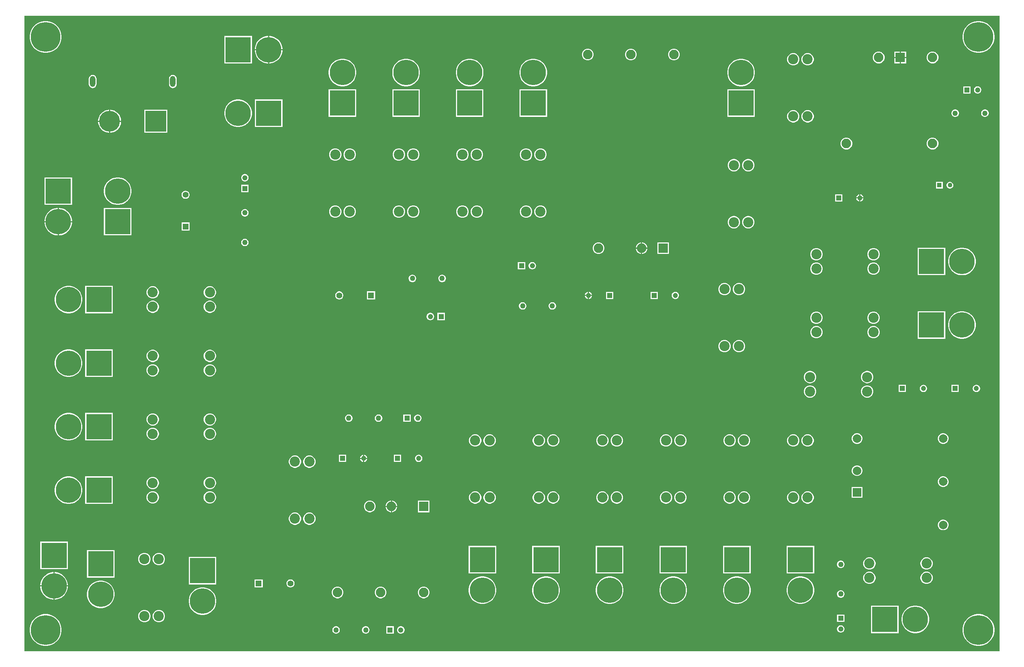
<source format=gbl>
G04*
G04 #@! TF.GenerationSoftware,Altium Limited,Altium Designer,22.8.2 (66)*
G04*
G04 Layer_Physical_Order=2*
G04 Layer_Color=16711680*
%FSLAX42Y42*%
%MOMM*%
G71*
G04*
G04 #@! TF.SameCoordinates,784755D3-1100-4AD9-B0FF-590226C35903*
G04*
G04*
G04 #@! TF.FilePolarity,Positive*
G04*
G01*
G75*
%ADD42R,4.92X4.92*%
%ADD43C,4.92*%
%ADD44O,1.30X2.60*%
%ADD45R,1.21X1.21*%
%ADD46C,1.21*%
%ADD47C,1.40*%
%ADD48R,1.40X1.40*%
%ADD49C,6.00*%
%ADD50R,6.00X6.00*%
%ADD51C,2.40*%
%ADD52C,1.26*%
%ADD53R,6.00X6.00*%
%ADD54R,1.21X1.21*%
%ADD55C,1.20*%
%ADD56R,1.20X1.20*%
%ADD57C,2.25*%
%ADD58R,2.25X2.25*%
%ADD59C,2.00*%
%ADD60R,2.00X2.00*%
%ADD61R,1.40X1.40*%
%ADD62C,7.00*%
%ADD63R,2.25X2.25*%
%ADD64R,1.10X1.10*%
%ADD65C,1.10*%
G36*
X23000Y0D02*
X0D01*
Y15000D01*
X23000D01*
Y0D01*
D02*
G37*
%LPC*%
G36*
X5786Y14525D02*
X5773D01*
Y14213D01*
X6085D01*
Y14226D01*
X6077Y14276D01*
X6062Y14325D01*
X6038Y14371D01*
X6008Y14412D01*
X5972Y14448D01*
X5931Y14478D01*
X5885Y14502D01*
X5836Y14517D01*
X5786Y14525D01*
D02*
G37*
G36*
X5747D02*
X5734D01*
X5684Y14517D01*
X5635Y14502D01*
X5589Y14478D01*
X5548Y14448D01*
X5512Y14412D01*
X5482Y14371D01*
X5458Y14325D01*
X5443Y14276D01*
X5435Y14226D01*
Y14213D01*
X5747D01*
Y14525D01*
D02*
G37*
G36*
X22530Y14875D02*
X22470D01*
X22412Y14866D01*
X22356Y14848D01*
X22303Y14821D01*
X22255Y14786D01*
X22214Y14745D01*
X22179Y14697D01*
X22152Y14644D01*
X22134Y14588D01*
X22125Y14530D01*
Y14470D01*
X22134Y14412D01*
X22152Y14356D01*
X22179Y14303D01*
X22214Y14255D01*
X22255Y14214D01*
X22303Y14179D01*
X22356Y14152D01*
X22412Y14134D01*
X22470Y14125D01*
X22530D01*
X22588Y14134D01*
X22644Y14152D01*
X22697Y14179D01*
X22745Y14214D01*
X22786Y14255D01*
X22821Y14303D01*
X22848Y14356D01*
X22866Y14412D01*
X22875Y14470D01*
Y14530D01*
X22866Y14588D01*
X22848Y14644D01*
X22821Y14697D01*
X22786Y14745D01*
X22745Y14786D01*
X22697Y14821D01*
X22644Y14848D01*
X22588Y14866D01*
X22530Y14875D01*
D02*
G37*
G36*
X530D02*
X470D01*
X412Y14866D01*
X356Y14848D01*
X303Y14821D01*
X255Y14786D01*
X214Y14745D01*
X179Y14697D01*
X152Y14644D01*
X134Y14588D01*
X125Y14530D01*
Y14470D01*
X134Y14412D01*
X152Y14356D01*
X179Y14303D01*
X214Y14255D01*
X255Y14214D01*
X303Y14179D01*
X356Y14152D01*
X412Y14134D01*
X470Y14125D01*
X530D01*
X588Y14134D01*
X644Y14152D01*
X697Y14179D01*
X745Y14214D01*
X786Y14255D01*
X821Y14303D01*
X848Y14356D01*
X866Y14412D01*
X875Y14470D01*
Y14530D01*
X866Y14588D01*
X848Y14644D01*
X821Y14697D01*
X786Y14745D01*
X745Y14786D01*
X697Y14821D01*
X644Y14848D01*
X588Y14866D01*
X530Y14875D01*
D02*
G37*
G36*
X20792Y14154D02*
X20667D01*
Y14029D01*
X20792D01*
Y14154D01*
D02*
G37*
G36*
X20641D02*
X20516D01*
Y14029D01*
X20641D01*
Y14154D01*
D02*
G37*
G36*
X15334Y14224D02*
X15298D01*
X15263Y14215D01*
X15231Y14196D01*
X15206Y14171D01*
X15187Y14139D01*
X15178Y14104D01*
Y14068D01*
X15187Y14033D01*
X15206Y14001D01*
X15231Y13976D01*
X15263Y13957D01*
X15298Y13948D01*
X15334D01*
X15369Y13957D01*
X15401Y13976D01*
X15426Y14001D01*
X15445Y14033D01*
X15454Y14068D01*
Y14104D01*
X15445Y14139D01*
X15426Y14171D01*
X15401Y14196D01*
X15369Y14215D01*
X15334Y14224D01*
D02*
G37*
G36*
X14318D02*
X14282D01*
X14247Y14215D01*
X14215Y14196D01*
X14190Y14171D01*
X14171Y14139D01*
X14162Y14104D01*
Y14068D01*
X14171Y14033D01*
X14190Y14001D01*
X14215Y13976D01*
X14247Y13957D01*
X14282Y13948D01*
X14318D01*
X14353Y13957D01*
X14385Y13976D01*
X14410Y14001D01*
X14429Y14033D01*
X14438Y14068D01*
Y14104D01*
X14429Y14139D01*
X14410Y14171D01*
X14385Y14196D01*
X14353Y14215D01*
X14318Y14224D01*
D02*
G37*
G36*
X13302D02*
X13266D01*
X13231Y14215D01*
X13199Y14196D01*
X13174Y14171D01*
X13155Y14139D01*
X13146Y14104D01*
Y14068D01*
X13155Y14033D01*
X13174Y14001D01*
X13199Y13976D01*
X13231Y13957D01*
X13266Y13948D01*
X13302D01*
X13337Y13957D01*
X13369Y13976D01*
X13394Y14001D01*
X13413Y14033D01*
X13422Y14068D01*
Y14104D01*
X13413Y14139D01*
X13394Y14171D01*
X13369Y14196D01*
X13337Y14215D01*
X13302Y14224D01*
D02*
G37*
G36*
X21434Y14154D02*
X21398D01*
X21363Y14145D01*
X21331Y14126D01*
X21306Y14101D01*
X21287Y14069D01*
X21278Y14034D01*
Y13998D01*
X21287Y13963D01*
X21306Y13931D01*
X21331Y13906D01*
X21363Y13887D01*
X21398Y13878D01*
X21434D01*
X21469Y13887D01*
X21501Y13906D01*
X21526Y13931D01*
X21545Y13963D01*
X21554Y13998D01*
Y14034D01*
X21545Y14069D01*
X21526Y14101D01*
X21501Y14126D01*
X21469Y14145D01*
X21434Y14154D01*
D02*
G37*
G36*
X20792Y14003D02*
X20667D01*
Y13878D01*
X20792D01*
Y14003D01*
D02*
G37*
G36*
X20641D02*
X20516D01*
Y13878D01*
X20641D01*
Y14003D01*
D02*
G37*
G36*
X20164Y14154D02*
X20128D01*
X20093Y14145D01*
X20061Y14126D01*
X20036Y14101D01*
X20017Y14069D01*
X20008Y14034D01*
Y13998D01*
X20017Y13963D01*
X20036Y13931D01*
X20061Y13906D01*
X20093Y13887D01*
X20128Y13878D01*
X20164D01*
X20199Y13887D01*
X20231Y13906D01*
X20256Y13931D01*
X20275Y13963D01*
X20284Y13998D01*
Y14034D01*
X20275Y14069D01*
X20256Y14101D01*
X20231Y14126D01*
X20199Y14145D01*
X20164Y14154D01*
D02*
G37*
G36*
X6085Y14187D02*
X5773D01*
Y13875D01*
X5786D01*
X5836Y13883D01*
X5885Y13898D01*
X5931Y13922D01*
X5972Y13952D01*
X6008Y13988D01*
X6038Y14029D01*
X6062Y14075D01*
X6077Y14124D01*
X6085Y14174D01*
Y14187D01*
D02*
G37*
G36*
X5747D02*
X5435D01*
Y14174D01*
X5443Y14124D01*
X5458Y14075D01*
X5482Y14029D01*
X5512Y13988D01*
X5548Y13952D01*
X5589Y13922D01*
X5635Y13898D01*
X5684Y13883D01*
X5734Y13875D01*
X5747D01*
Y14187D01*
D02*
G37*
G36*
X5365Y14525D02*
X4715D01*
Y13875D01*
X5365D01*
Y14525D01*
D02*
G37*
G36*
X18489Y14119D02*
X18451D01*
X18414Y14109D01*
X18381Y14090D01*
X18354Y14063D01*
X18335Y14030D01*
X18325Y13993D01*
Y13954D01*
X18335Y13917D01*
X18354Y13884D01*
X18381Y13857D01*
X18414Y13838D01*
X18451Y13828D01*
X18489D01*
X18526Y13838D01*
X18559Y13857D01*
X18586Y13884D01*
X18605Y13917D01*
X18615Y13954D01*
Y13993D01*
X18605Y14030D01*
X18586Y14063D01*
X18559Y14090D01*
X18526Y14109D01*
X18489Y14119D01*
D02*
G37*
G36*
X18149D02*
X18111D01*
X18074Y14109D01*
X18041Y14090D01*
X18014Y14063D01*
X17995Y14030D01*
X17985Y13993D01*
Y13954D01*
X17995Y13917D01*
X18014Y13884D01*
X18041Y13857D01*
X18074Y13838D01*
X18111Y13828D01*
X18149D01*
X18186Y13838D01*
X18219Y13857D01*
X18246Y13884D01*
X18265Y13917D01*
X18275Y13954D01*
Y13993D01*
X18265Y14030D01*
X18246Y14063D01*
X18219Y14090D01*
X18186Y14109D01*
X18149Y14119D01*
D02*
G37*
G36*
X16926Y13985D02*
X16874D01*
X16824Y13977D01*
X16775Y13962D01*
X16729Y13938D01*
X16688Y13908D01*
X16652Y13872D01*
X16622Y13831D01*
X16598Y13785D01*
X16583Y13736D01*
X16575Y13686D01*
Y13634D01*
X16583Y13584D01*
X16598Y13535D01*
X16622Y13489D01*
X16652Y13448D01*
X16688Y13412D01*
X16729Y13382D01*
X16775Y13358D01*
X16824Y13343D01*
X16874Y13335D01*
X16926D01*
X16976Y13343D01*
X17025Y13358D01*
X17071Y13382D01*
X17112Y13412D01*
X17148Y13448D01*
X17178Y13489D01*
X17202Y13535D01*
X17217Y13584D01*
X17225Y13634D01*
Y13686D01*
X17217Y13736D01*
X17202Y13785D01*
X17178Y13831D01*
X17148Y13872D01*
X17112Y13908D01*
X17071Y13938D01*
X17025Y13962D01*
X16976Y13977D01*
X16926Y13985D01*
D02*
G37*
G36*
X12026D02*
X11974D01*
X11924Y13977D01*
X11875Y13962D01*
X11829Y13938D01*
X11788Y13908D01*
X11752Y13872D01*
X11722Y13831D01*
X11698Y13785D01*
X11683Y13736D01*
X11675Y13686D01*
Y13634D01*
X11683Y13584D01*
X11698Y13535D01*
X11722Y13489D01*
X11752Y13448D01*
X11788Y13412D01*
X11829Y13382D01*
X11875Y13358D01*
X11924Y13343D01*
X11974Y13335D01*
X12026D01*
X12076Y13343D01*
X12125Y13358D01*
X12171Y13382D01*
X12212Y13412D01*
X12248Y13448D01*
X12278Y13489D01*
X12302Y13535D01*
X12317Y13584D01*
X12325Y13634D01*
Y13686D01*
X12317Y13736D01*
X12302Y13785D01*
X12278Y13831D01*
X12248Y13872D01*
X12212Y13908D01*
X12171Y13938D01*
X12125Y13962D01*
X12076Y13977D01*
X12026Y13985D01*
D02*
G37*
G36*
X10526D02*
X10474D01*
X10424Y13977D01*
X10375Y13962D01*
X10329Y13938D01*
X10288Y13908D01*
X10252Y13872D01*
X10222Y13831D01*
X10198Y13785D01*
X10183Y13736D01*
X10175Y13686D01*
Y13634D01*
X10183Y13584D01*
X10198Y13535D01*
X10222Y13489D01*
X10252Y13448D01*
X10288Y13412D01*
X10329Y13382D01*
X10375Y13358D01*
X10424Y13343D01*
X10474Y13335D01*
X10526D01*
X10576Y13343D01*
X10625Y13358D01*
X10671Y13382D01*
X10712Y13412D01*
X10748Y13448D01*
X10778Y13489D01*
X10802Y13535D01*
X10817Y13584D01*
X10825Y13634D01*
Y13686D01*
X10817Y13736D01*
X10802Y13785D01*
X10778Y13831D01*
X10748Y13872D01*
X10712Y13908D01*
X10671Y13938D01*
X10625Y13962D01*
X10576Y13977D01*
X10526Y13985D01*
D02*
G37*
G36*
X9026D02*
X8974D01*
X8924Y13977D01*
X8875Y13962D01*
X8829Y13938D01*
X8788Y13908D01*
X8752Y13872D01*
X8722Y13831D01*
X8698Y13785D01*
X8683Y13736D01*
X8675Y13686D01*
Y13634D01*
X8683Y13584D01*
X8698Y13535D01*
X8722Y13489D01*
X8752Y13448D01*
X8788Y13412D01*
X8829Y13382D01*
X8875Y13358D01*
X8924Y13343D01*
X8974Y13335D01*
X9026D01*
X9076Y13343D01*
X9125Y13358D01*
X9171Y13382D01*
X9212Y13412D01*
X9248Y13448D01*
X9278Y13489D01*
X9302Y13535D01*
X9317Y13584D01*
X9325Y13634D01*
Y13686D01*
X9317Y13736D01*
X9302Y13785D01*
X9278Y13831D01*
X9248Y13872D01*
X9212Y13908D01*
X9171Y13938D01*
X9125Y13962D01*
X9076Y13977D01*
X9026Y13985D01*
D02*
G37*
G36*
X7526D02*
X7474D01*
X7424Y13977D01*
X7375Y13962D01*
X7329Y13938D01*
X7288Y13908D01*
X7252Y13872D01*
X7222Y13831D01*
X7198Y13785D01*
X7183Y13736D01*
X7175Y13686D01*
Y13634D01*
X7183Y13584D01*
X7198Y13535D01*
X7222Y13489D01*
X7252Y13448D01*
X7288Y13412D01*
X7329Y13382D01*
X7375Y13358D01*
X7424Y13343D01*
X7474Y13335D01*
X7526D01*
X7576Y13343D01*
X7625Y13358D01*
X7671Y13382D01*
X7712Y13412D01*
X7748Y13448D01*
X7778Y13489D01*
X7802Y13535D01*
X7817Y13584D01*
X7825Y13634D01*
Y13686D01*
X7817Y13736D01*
X7802Y13785D01*
X7778Y13831D01*
X7748Y13872D01*
X7712Y13908D01*
X7671Y13938D01*
X7625Y13962D01*
X7576Y13977D01*
X7526Y13985D01*
D02*
G37*
G36*
X3500Y13606D02*
X3476Y13603D01*
X3454Y13594D01*
X3436Y13579D01*
X3421Y13561D01*
X3412Y13539D01*
X3409Y13515D01*
Y13385D01*
X3412Y13361D01*
X3421Y13339D01*
X3436Y13321D01*
X3454Y13306D01*
X3476Y13297D01*
X3500Y13294D01*
X3524Y13297D01*
X3546Y13306D01*
X3564Y13321D01*
X3579Y13339D01*
X3588Y13361D01*
X3591Y13385D01*
Y13515D01*
X3588Y13539D01*
X3579Y13561D01*
X3564Y13579D01*
X3546Y13594D01*
X3524Y13603D01*
X3500Y13606D01*
D02*
G37*
G36*
X1610D02*
X1586Y13603D01*
X1564Y13594D01*
X1546Y13579D01*
X1531Y13561D01*
X1522Y13539D01*
X1519Y13515D01*
Y13385D01*
X1522Y13361D01*
X1531Y13339D01*
X1546Y13321D01*
X1564Y13306D01*
X1586Y13297D01*
X1610Y13294D01*
X1634Y13297D01*
X1656Y13306D01*
X1674Y13321D01*
X1689Y13339D01*
X1698Y13361D01*
X1701Y13385D01*
Y13515D01*
X1698Y13539D01*
X1689Y13561D01*
X1674Y13579D01*
X1656Y13594D01*
X1634Y13603D01*
X1610Y13606D01*
D02*
G37*
G36*
X22488Y13336D02*
X22466D01*
X22444Y13330D01*
X22424Y13319D01*
X22408Y13303D01*
X22397Y13283D01*
X22391Y13261D01*
Y13239D01*
X22397Y13217D01*
X22408Y13197D01*
X22424Y13181D01*
X22444Y13170D01*
X22466Y13164D01*
X22488D01*
X22510Y13170D01*
X22530Y13181D01*
X22546Y13197D01*
X22557Y13217D01*
X22563Y13239D01*
Y13261D01*
X22557Y13283D01*
X22546Y13303D01*
X22530Y13319D01*
X22510Y13330D01*
X22488Y13336D01*
D02*
G37*
G36*
X22309D02*
X22137D01*
Y13164D01*
X22309D01*
Y13336D01*
D02*
G37*
G36*
X17225Y13265D02*
X16575D01*
Y12615D01*
X17225D01*
Y13265D01*
D02*
G37*
G36*
X12325D02*
X11675D01*
Y12615D01*
X12325D01*
Y13265D01*
D02*
G37*
G36*
X10825D02*
X10175D01*
Y12615D01*
X10825D01*
Y13265D01*
D02*
G37*
G36*
X9325D02*
X8675D01*
Y12615D01*
X9325D01*
Y13265D01*
D02*
G37*
G36*
X7825D02*
X7175D01*
Y12615D01*
X7825D01*
Y13265D01*
D02*
G37*
G36*
X22662Y12788D02*
X22638D01*
X22616Y12782D01*
X22596Y12771D01*
X22579Y12754D01*
X22568Y12734D01*
X22562Y12712D01*
Y12688D01*
X22568Y12666D01*
X22579Y12646D01*
X22596Y12629D01*
X22616Y12618D01*
X22638Y12612D01*
X22662D01*
X22684Y12618D01*
X22704Y12629D01*
X22721Y12646D01*
X22732Y12666D01*
X22738Y12688D01*
Y12712D01*
X22732Y12734D01*
X22721Y12754D01*
X22704Y12771D01*
X22684Y12782D01*
X22662Y12788D01*
D02*
G37*
G36*
X21962D02*
X21938D01*
X21916Y12782D01*
X21896Y12771D01*
X21879Y12754D01*
X21868Y12734D01*
X21862Y12712D01*
Y12688D01*
X21868Y12666D01*
X21879Y12646D01*
X21896Y12629D01*
X21916Y12618D01*
X21938Y12612D01*
X21962D01*
X21984Y12618D01*
X22004Y12629D01*
X22021Y12646D01*
X22032Y12666D01*
X22038Y12688D01*
Y12712D01*
X22032Y12734D01*
X22021Y12754D01*
X22004Y12771D01*
X21984Y12782D01*
X21962Y12788D01*
D02*
G37*
G36*
X2031Y12781D02*
X2023D01*
Y12523D01*
X2281D01*
Y12531D01*
X2275Y12574D01*
X2261Y12614D01*
X2242Y12652D01*
X2217Y12687D01*
X2187Y12717D01*
X2152Y12742D01*
X2114Y12761D01*
X2074Y12775D01*
X2031Y12781D01*
D02*
G37*
G36*
X1997D02*
X1989D01*
X1946Y12775D01*
X1906Y12761D01*
X1868Y12742D01*
X1833Y12717D01*
X1803Y12687D01*
X1778Y12652D01*
X1759Y12614D01*
X1745Y12574D01*
X1739Y12531D01*
Y12523D01*
X1997D01*
Y12781D01*
D02*
G37*
G36*
X18489Y12772D02*
X18451D01*
X18414Y12762D01*
X18381Y12743D01*
X18354Y12716D01*
X18335Y12683D01*
X18325Y12646D01*
Y12607D01*
X18335Y12570D01*
X18354Y12537D01*
X18381Y12510D01*
X18414Y12491D01*
X18451Y12481D01*
X18489D01*
X18526Y12491D01*
X18559Y12510D01*
X18586Y12537D01*
X18605Y12570D01*
X18615Y12607D01*
Y12646D01*
X18605Y12683D01*
X18586Y12716D01*
X18559Y12743D01*
X18526Y12762D01*
X18489Y12772D01*
D02*
G37*
G36*
X18149D02*
X18111D01*
X18074Y12762D01*
X18041Y12743D01*
X18014Y12716D01*
X17995Y12683D01*
X17985Y12646D01*
Y12607D01*
X17995Y12570D01*
X18014Y12537D01*
X18041Y12510D01*
X18074Y12491D01*
X18111Y12481D01*
X18149D01*
X18186Y12491D01*
X18219Y12510D01*
X18246Y12537D01*
X18265Y12570D01*
X18275Y12607D01*
Y12646D01*
X18265Y12683D01*
X18246Y12716D01*
X18219Y12743D01*
X18186Y12762D01*
X18149Y12772D01*
D02*
G37*
G36*
X6085Y13025D02*
X5435D01*
Y12375D01*
X6085D01*
Y13025D01*
D02*
G37*
G36*
X5066D02*
X5014D01*
X4964Y13017D01*
X4915Y13002D01*
X4869Y12978D01*
X4828Y12948D01*
X4792Y12912D01*
X4762Y12871D01*
X4738Y12825D01*
X4723Y12776D01*
X4715Y12726D01*
Y12674D01*
X4723Y12624D01*
X4738Y12575D01*
X4762Y12529D01*
X4792Y12488D01*
X4828Y12452D01*
X4869Y12422D01*
X4915Y12398D01*
X4964Y12383D01*
X5014Y12375D01*
X5066D01*
X5116Y12383D01*
X5165Y12398D01*
X5211Y12422D01*
X5252Y12452D01*
X5288Y12488D01*
X5318Y12529D01*
X5342Y12575D01*
X5357Y12624D01*
X5365Y12674D01*
Y12726D01*
X5357Y12776D01*
X5342Y12825D01*
X5318Y12871D01*
X5288Y12912D01*
X5252Y12948D01*
X5211Y12978D01*
X5165Y13002D01*
X5116Y13017D01*
X5066Y13025D01*
D02*
G37*
G36*
X3371Y12781D02*
X2829D01*
Y12239D01*
X3371D01*
Y12781D01*
D02*
G37*
G36*
X2281Y12497D02*
X2023D01*
Y12239D01*
X2031D01*
X2074Y12245D01*
X2114Y12259D01*
X2152Y12278D01*
X2187Y12303D01*
X2217Y12333D01*
X2242Y12368D01*
X2261Y12406D01*
X2275Y12446D01*
X2281Y12489D01*
Y12497D01*
D02*
G37*
G36*
X1997D02*
X1739D01*
Y12489D01*
X1745Y12446D01*
X1759Y12406D01*
X1778Y12368D01*
X1803Y12333D01*
X1833Y12303D01*
X1868Y12278D01*
X1906Y12259D01*
X1946Y12245D01*
X1989Y12239D01*
X1997D01*
Y12497D01*
D02*
G37*
G36*
X21434Y12122D02*
X21398D01*
X21363Y12113D01*
X21331Y12094D01*
X21306Y12069D01*
X21287Y12037D01*
X21278Y12002D01*
Y11966D01*
X21287Y11931D01*
X21306Y11899D01*
X21331Y11874D01*
X21363Y11855D01*
X21398Y11846D01*
X21434D01*
X21469Y11855D01*
X21501Y11874D01*
X21526Y11899D01*
X21545Y11931D01*
X21554Y11966D01*
Y12002D01*
X21545Y12037D01*
X21526Y12069D01*
X21501Y12094D01*
X21469Y12113D01*
X21434Y12122D01*
D02*
G37*
G36*
X19402D02*
X19366D01*
X19331Y12113D01*
X19299Y12094D01*
X19274Y12069D01*
X19255Y12037D01*
X19246Y12002D01*
Y11966D01*
X19255Y11931D01*
X19274Y11899D01*
X19299Y11874D01*
X19331Y11855D01*
X19366Y11846D01*
X19402D01*
X19437Y11855D01*
X19469Y11874D01*
X19494Y11899D01*
X19513Y11931D01*
X19522Y11966D01*
Y12002D01*
X19513Y12037D01*
X19494Y12069D01*
X19469Y12094D01*
X19437Y12113D01*
X19402Y12122D01*
D02*
G37*
G36*
X12189Y11869D02*
X12151D01*
X12114Y11859D01*
X12081Y11840D01*
X12054Y11813D01*
X12035Y11780D01*
X12025Y11743D01*
Y11704D01*
X12035Y11667D01*
X12054Y11634D01*
X12081Y11607D01*
X12114Y11588D01*
X12151Y11578D01*
X12189D01*
X12226Y11588D01*
X12259Y11607D01*
X12286Y11634D01*
X12305Y11667D01*
X12315Y11704D01*
Y11743D01*
X12305Y11780D01*
X12286Y11813D01*
X12259Y11840D01*
X12226Y11859D01*
X12189Y11869D01*
D02*
G37*
G36*
X11849D02*
X11811D01*
X11774Y11859D01*
X11741Y11840D01*
X11714Y11813D01*
X11695Y11780D01*
X11685Y11743D01*
Y11704D01*
X11695Y11667D01*
X11714Y11634D01*
X11741Y11607D01*
X11774Y11588D01*
X11811Y11578D01*
X11849D01*
X11886Y11588D01*
X11919Y11607D01*
X11946Y11634D01*
X11965Y11667D01*
X11975Y11704D01*
Y11743D01*
X11965Y11780D01*
X11946Y11813D01*
X11919Y11840D01*
X11886Y11859D01*
X11849Y11869D01*
D02*
G37*
G36*
X10689D02*
X10651D01*
X10614Y11859D01*
X10581Y11840D01*
X10554Y11813D01*
X10535Y11780D01*
X10525Y11743D01*
Y11704D01*
X10535Y11667D01*
X10554Y11634D01*
X10581Y11607D01*
X10614Y11588D01*
X10651Y11578D01*
X10689D01*
X10726Y11588D01*
X10759Y11607D01*
X10786Y11634D01*
X10805Y11667D01*
X10815Y11704D01*
Y11743D01*
X10805Y11780D01*
X10786Y11813D01*
X10759Y11840D01*
X10726Y11859D01*
X10689Y11869D01*
D02*
G37*
G36*
X10349D02*
X10311D01*
X10274Y11859D01*
X10241Y11840D01*
X10214Y11813D01*
X10195Y11780D01*
X10185Y11743D01*
Y11704D01*
X10195Y11667D01*
X10214Y11634D01*
X10241Y11607D01*
X10274Y11588D01*
X10311Y11578D01*
X10349D01*
X10386Y11588D01*
X10419Y11607D01*
X10446Y11634D01*
X10465Y11667D01*
X10475Y11704D01*
Y11743D01*
X10465Y11780D01*
X10446Y11813D01*
X10419Y11840D01*
X10386Y11859D01*
X10349Y11869D01*
D02*
G37*
G36*
X9189D02*
X9151D01*
X9114Y11859D01*
X9081Y11840D01*
X9054Y11813D01*
X9035Y11780D01*
X9025Y11743D01*
Y11704D01*
X9035Y11667D01*
X9054Y11634D01*
X9081Y11607D01*
X9114Y11588D01*
X9151Y11578D01*
X9189D01*
X9226Y11588D01*
X9259Y11607D01*
X9286Y11634D01*
X9305Y11667D01*
X9315Y11704D01*
Y11743D01*
X9305Y11780D01*
X9286Y11813D01*
X9259Y11840D01*
X9226Y11859D01*
X9189Y11869D01*
D02*
G37*
G36*
X8849D02*
X8811D01*
X8774Y11859D01*
X8741Y11840D01*
X8714Y11813D01*
X8695Y11780D01*
X8685Y11743D01*
Y11704D01*
X8695Y11667D01*
X8714Y11634D01*
X8741Y11607D01*
X8774Y11588D01*
X8811Y11578D01*
X8849D01*
X8886Y11588D01*
X8919Y11607D01*
X8946Y11634D01*
X8965Y11667D01*
X8975Y11704D01*
Y11743D01*
X8965Y11780D01*
X8946Y11813D01*
X8919Y11840D01*
X8886Y11859D01*
X8849Y11869D01*
D02*
G37*
G36*
X7689D02*
X7651D01*
X7614Y11859D01*
X7581Y11840D01*
X7554Y11813D01*
X7535Y11780D01*
X7525Y11743D01*
Y11704D01*
X7535Y11667D01*
X7554Y11634D01*
X7581Y11607D01*
X7614Y11588D01*
X7651Y11578D01*
X7689D01*
X7726Y11588D01*
X7759Y11607D01*
X7786Y11634D01*
X7805Y11667D01*
X7815Y11704D01*
Y11743D01*
X7805Y11780D01*
X7786Y11813D01*
X7759Y11840D01*
X7726Y11859D01*
X7689Y11869D01*
D02*
G37*
G36*
X7349D02*
X7311D01*
X7274Y11859D01*
X7241Y11840D01*
X7214Y11813D01*
X7195Y11780D01*
X7185Y11743D01*
Y11704D01*
X7195Y11667D01*
X7214Y11634D01*
X7241Y11607D01*
X7274Y11588D01*
X7311Y11578D01*
X7349D01*
X7386Y11588D01*
X7419Y11607D01*
X7446Y11634D01*
X7465Y11667D01*
X7475Y11704D01*
Y11743D01*
X7465Y11780D01*
X7446Y11813D01*
X7419Y11840D01*
X7386Y11859D01*
X7349Y11869D01*
D02*
G37*
G36*
X17089Y11619D02*
X17051D01*
X17014Y11609D01*
X16981Y11590D01*
X16954Y11563D01*
X16935Y11530D01*
X16925Y11493D01*
Y11454D01*
X16935Y11417D01*
X16954Y11384D01*
X16981Y11357D01*
X17014Y11338D01*
X17051Y11328D01*
X17089D01*
X17126Y11338D01*
X17159Y11357D01*
X17186Y11384D01*
X17205Y11417D01*
X17215Y11454D01*
Y11493D01*
X17205Y11530D01*
X17186Y11563D01*
X17159Y11590D01*
X17126Y11609D01*
X17089Y11619D01*
D02*
G37*
G36*
X16749D02*
X16711D01*
X16674Y11609D01*
X16641Y11590D01*
X16614Y11563D01*
X16595Y11530D01*
X16585Y11493D01*
Y11454D01*
X16595Y11417D01*
X16614Y11384D01*
X16641Y11357D01*
X16674Y11338D01*
X16711Y11328D01*
X16749D01*
X16786Y11338D01*
X16819Y11357D01*
X16846Y11384D01*
X16865Y11417D01*
X16875Y11454D01*
Y11493D01*
X16865Y11530D01*
X16846Y11563D01*
X16819Y11590D01*
X16786Y11609D01*
X16749Y11619D01*
D02*
G37*
G36*
X5211Y11263D02*
X5189D01*
X5167Y11257D01*
X5147Y11246D01*
X5131Y11230D01*
X5120Y11210D01*
X5114Y11188D01*
Y11166D01*
X5120Y11144D01*
X5131Y11124D01*
X5147Y11108D01*
X5167Y11097D01*
X5189Y11091D01*
X5211D01*
X5233Y11097D01*
X5253Y11108D01*
X5269Y11124D01*
X5280Y11144D01*
X5286Y11166D01*
Y11188D01*
X5280Y11210D01*
X5269Y11230D01*
X5253Y11246D01*
X5233Y11257D01*
X5211Y11263D01*
D02*
G37*
G36*
X21836Y11080D02*
X21814D01*
X21794Y11075D01*
X21776Y11064D01*
X21761Y11049D01*
X21750Y11031D01*
X21745Y11011D01*
Y10989D01*
X21750Y10969D01*
X21761Y10951D01*
X21776Y10936D01*
X21794Y10925D01*
X21814Y10920D01*
X21836D01*
X21856Y10925D01*
X21874Y10936D01*
X21889Y10951D01*
X21900Y10969D01*
X21905Y10989D01*
Y11011D01*
X21900Y11031D01*
X21889Y11049D01*
X21874Y11064D01*
X21856Y11075D01*
X21836Y11080D01*
D02*
G37*
G36*
X21655D02*
X21495D01*
Y10920D01*
X21655D01*
Y11080D01*
D02*
G37*
G36*
X5286Y11009D02*
X5114D01*
Y10837D01*
X5286D01*
Y11009D01*
D02*
G37*
G36*
X19713Y10785D02*
Y10713D01*
X19785D01*
X19780Y10733D01*
X19768Y10752D01*
X19752Y10768D01*
X19733Y10780D01*
X19713Y10785D01*
D02*
G37*
G36*
X19687D02*
X19667Y10780D01*
X19648Y10768D01*
X19632Y10752D01*
X19620Y10733D01*
X19615Y10713D01*
X19687D01*
Y10785D01*
D02*
G37*
G36*
X3813Y10870D02*
X3787D01*
X3763Y10864D01*
X3741Y10851D01*
X3724Y10834D01*
X3711Y10812D01*
X3705Y10788D01*
Y10762D01*
X3711Y10738D01*
X3724Y10716D01*
X3741Y10699D01*
X3763Y10686D01*
X3787Y10680D01*
X3813D01*
X3837Y10686D01*
X3859Y10699D01*
X3876Y10716D01*
X3889Y10738D01*
X3895Y10762D01*
Y10788D01*
X3889Y10812D01*
X3876Y10834D01*
X3859Y10851D01*
X3837Y10864D01*
X3813Y10870D01*
D02*
G37*
G36*
X19785Y10687D02*
X19713D01*
Y10615D01*
X19733Y10620D01*
X19752Y10632D01*
X19768Y10648D01*
X19780Y10667D01*
X19785Y10687D01*
D02*
G37*
G36*
X19687D02*
X19615D01*
X19620Y10667D01*
X19632Y10648D01*
X19648Y10632D01*
X19667Y10620D01*
X19687Y10615D01*
Y10687D01*
D02*
G37*
G36*
X19285Y10785D02*
X19115D01*
Y10615D01*
X19285D01*
Y10785D01*
D02*
G37*
G36*
X2226Y11185D02*
X2174D01*
X2124Y11177D01*
X2075Y11162D01*
X2029Y11138D01*
X1988Y11108D01*
X1952Y11072D01*
X1922Y11031D01*
X1898Y10985D01*
X1883Y10936D01*
X1875Y10886D01*
Y10834D01*
X1883Y10784D01*
X1898Y10735D01*
X1922Y10689D01*
X1952Y10648D01*
X1988Y10612D01*
X2029Y10582D01*
X2075Y10558D01*
X2124Y10543D01*
X2174Y10535D01*
X2226D01*
X2276Y10543D01*
X2325Y10558D01*
X2371Y10582D01*
X2412Y10612D01*
X2448Y10648D01*
X2478Y10689D01*
X2502Y10735D01*
X2517Y10784D01*
X2525Y10834D01*
Y10886D01*
X2517Y10936D01*
X2502Y10985D01*
X2478Y11031D01*
X2448Y11072D01*
X2412Y11108D01*
X2371Y11138D01*
X2325Y11162D01*
X2276Y11177D01*
X2226Y11185D01*
D02*
G37*
G36*
X1125D02*
X475D01*
Y10535D01*
X1125D01*
Y11185D01*
D02*
G37*
G36*
X5212Y10438D02*
X5188D01*
X5166Y10432D01*
X5146Y10421D01*
X5129Y10404D01*
X5118Y10384D01*
X5112Y10362D01*
Y10338D01*
X5118Y10316D01*
X5129Y10296D01*
X5146Y10279D01*
X5166Y10268D01*
X5188Y10262D01*
X5212D01*
X5234Y10268D01*
X5254Y10279D01*
X5271Y10296D01*
X5282Y10316D01*
X5288Y10338D01*
Y10362D01*
X5282Y10384D01*
X5271Y10404D01*
X5254Y10421D01*
X5234Y10432D01*
X5212Y10438D01*
D02*
G37*
G36*
X12189Y10522D02*
X12151D01*
X12114Y10512D01*
X12081Y10493D01*
X12054Y10466D01*
X12035Y10433D01*
X12025Y10396D01*
Y10357D01*
X12035Y10320D01*
X12054Y10287D01*
X12081Y10260D01*
X12114Y10241D01*
X12151Y10231D01*
X12189D01*
X12226Y10241D01*
X12259Y10260D01*
X12286Y10287D01*
X12305Y10320D01*
X12315Y10357D01*
Y10396D01*
X12305Y10433D01*
X12286Y10466D01*
X12259Y10493D01*
X12226Y10512D01*
X12189Y10522D01*
D02*
G37*
G36*
X11849D02*
X11811D01*
X11774Y10512D01*
X11741Y10493D01*
X11714Y10466D01*
X11695Y10433D01*
X11685Y10396D01*
Y10357D01*
X11695Y10320D01*
X11714Y10287D01*
X11741Y10260D01*
X11774Y10241D01*
X11811Y10231D01*
X11849D01*
X11886Y10241D01*
X11919Y10260D01*
X11946Y10287D01*
X11965Y10320D01*
X11975Y10357D01*
Y10396D01*
X11965Y10433D01*
X11946Y10466D01*
X11919Y10493D01*
X11886Y10512D01*
X11849Y10522D01*
D02*
G37*
G36*
X10689D02*
X10651D01*
X10614Y10512D01*
X10581Y10493D01*
X10554Y10466D01*
X10535Y10433D01*
X10525Y10396D01*
Y10357D01*
X10535Y10320D01*
X10554Y10287D01*
X10581Y10260D01*
X10614Y10241D01*
X10651Y10231D01*
X10689D01*
X10726Y10241D01*
X10759Y10260D01*
X10786Y10287D01*
X10805Y10320D01*
X10815Y10357D01*
Y10396D01*
X10805Y10433D01*
X10786Y10466D01*
X10759Y10493D01*
X10726Y10512D01*
X10689Y10522D01*
D02*
G37*
G36*
X10349D02*
X10311D01*
X10274Y10512D01*
X10241Y10493D01*
X10214Y10466D01*
X10195Y10433D01*
X10185Y10396D01*
Y10357D01*
X10195Y10320D01*
X10214Y10287D01*
X10241Y10260D01*
X10274Y10241D01*
X10311Y10231D01*
X10349D01*
X10386Y10241D01*
X10419Y10260D01*
X10446Y10287D01*
X10465Y10320D01*
X10475Y10357D01*
Y10396D01*
X10465Y10433D01*
X10446Y10466D01*
X10419Y10493D01*
X10386Y10512D01*
X10349Y10522D01*
D02*
G37*
G36*
X9189D02*
X9151D01*
X9114Y10512D01*
X9081Y10493D01*
X9054Y10466D01*
X9035Y10433D01*
X9025Y10396D01*
Y10357D01*
X9035Y10320D01*
X9054Y10287D01*
X9081Y10260D01*
X9114Y10241D01*
X9151Y10231D01*
X9189D01*
X9226Y10241D01*
X9259Y10260D01*
X9286Y10287D01*
X9305Y10320D01*
X9315Y10357D01*
Y10396D01*
X9305Y10433D01*
X9286Y10466D01*
X9259Y10493D01*
X9226Y10512D01*
X9189Y10522D01*
D02*
G37*
G36*
X8849D02*
X8811D01*
X8774Y10512D01*
X8741Y10493D01*
X8714Y10466D01*
X8695Y10433D01*
X8685Y10396D01*
Y10357D01*
X8695Y10320D01*
X8714Y10287D01*
X8741Y10260D01*
X8774Y10241D01*
X8811Y10231D01*
X8849D01*
X8886Y10241D01*
X8919Y10260D01*
X8946Y10287D01*
X8965Y10320D01*
X8975Y10357D01*
Y10396D01*
X8965Y10433D01*
X8946Y10466D01*
X8919Y10493D01*
X8886Y10512D01*
X8849Y10522D01*
D02*
G37*
G36*
X7689D02*
X7651D01*
X7614Y10512D01*
X7581Y10493D01*
X7554Y10466D01*
X7535Y10433D01*
X7525Y10396D01*
Y10357D01*
X7535Y10320D01*
X7554Y10287D01*
X7581Y10260D01*
X7614Y10241D01*
X7651Y10231D01*
X7689D01*
X7726Y10241D01*
X7759Y10260D01*
X7786Y10287D01*
X7805Y10320D01*
X7815Y10357D01*
Y10396D01*
X7805Y10433D01*
X7786Y10466D01*
X7759Y10493D01*
X7726Y10512D01*
X7689Y10522D01*
D02*
G37*
G36*
X7349D02*
X7311D01*
X7274Y10512D01*
X7241Y10493D01*
X7214Y10466D01*
X7195Y10433D01*
X7185Y10396D01*
Y10357D01*
X7195Y10320D01*
X7214Y10287D01*
X7241Y10260D01*
X7274Y10241D01*
X7311Y10231D01*
X7349D01*
X7386Y10241D01*
X7419Y10260D01*
X7446Y10287D01*
X7465Y10320D01*
X7475Y10357D01*
Y10396D01*
X7465Y10433D01*
X7446Y10466D01*
X7419Y10493D01*
X7386Y10512D01*
X7349Y10522D01*
D02*
G37*
G36*
X826Y10465D02*
X813D01*
Y10153D01*
X1125D01*
Y10166D01*
X1117Y10216D01*
X1102Y10265D01*
X1078Y10311D01*
X1048Y10352D01*
X1012Y10388D01*
X971Y10418D01*
X925Y10442D01*
X876Y10457D01*
X826Y10465D01*
D02*
G37*
G36*
X787D02*
X774D01*
X724Y10457D01*
X675Y10442D01*
X629Y10418D01*
X588Y10388D01*
X552Y10352D01*
X522Y10311D01*
X498Y10265D01*
X483Y10216D01*
X475Y10166D01*
Y10153D01*
X787D01*
Y10465D01*
D02*
G37*
G36*
X17089Y10272D02*
X17051D01*
X17014Y10262D01*
X16981Y10243D01*
X16954Y10216D01*
X16935Y10183D01*
X16925Y10146D01*
Y10107D01*
X16935Y10070D01*
X16954Y10037D01*
X16981Y10010D01*
X17014Y9991D01*
X17051Y9981D01*
X17089D01*
X17126Y9991D01*
X17159Y10010D01*
X17186Y10037D01*
X17205Y10070D01*
X17215Y10107D01*
Y10146D01*
X17205Y10183D01*
X17186Y10216D01*
X17159Y10243D01*
X17126Y10262D01*
X17089Y10272D01*
D02*
G37*
G36*
X16749D02*
X16711D01*
X16674Y10262D01*
X16641Y10243D01*
X16614Y10216D01*
X16595Y10183D01*
X16585Y10146D01*
Y10107D01*
X16595Y10070D01*
X16614Y10037D01*
X16641Y10010D01*
X16674Y9991D01*
X16711Y9981D01*
X16749D01*
X16786Y9991D01*
X16819Y10010D01*
X16846Y10037D01*
X16865Y10070D01*
X16875Y10107D01*
Y10146D01*
X16865Y10183D01*
X16846Y10216D01*
X16819Y10243D01*
X16786Y10262D01*
X16749Y10272D01*
D02*
G37*
G36*
X3895Y10120D02*
X3705D01*
Y9930D01*
X3895D01*
Y10120D01*
D02*
G37*
G36*
X2525Y10465D02*
X1875D01*
Y9815D01*
X2525D01*
Y10465D01*
D02*
G37*
G36*
X1125Y10127D02*
X813D01*
Y9815D01*
X826D01*
X876Y9823D01*
X925Y9838D01*
X971Y9862D01*
X1012Y9892D01*
X1048Y9928D01*
X1078Y9969D01*
X1102Y10015D01*
X1117Y10064D01*
X1125Y10114D01*
Y10127D01*
D02*
G37*
G36*
X787D02*
X475D01*
Y10114D01*
X483Y10064D01*
X498Y10015D01*
X522Y9969D01*
X552Y9928D01*
X588Y9892D01*
X629Y9862D01*
X675Y9838D01*
X724Y9823D01*
X774Y9815D01*
X787D01*
Y10127D01*
D02*
G37*
G36*
X5212Y9738D02*
X5188D01*
X5166Y9732D01*
X5146Y9721D01*
X5129Y9704D01*
X5118Y9684D01*
X5112Y9662D01*
Y9638D01*
X5118Y9616D01*
X5129Y9596D01*
X5146Y9579D01*
X5166Y9568D01*
X5188Y9562D01*
X5212D01*
X5234Y9568D01*
X5254Y9579D01*
X5271Y9596D01*
X5282Y9616D01*
X5288Y9638D01*
Y9662D01*
X5282Y9684D01*
X5271Y9704D01*
X5254Y9721D01*
X5234Y9732D01*
X5212Y9738D01*
D02*
G37*
G36*
X14572Y9652D02*
X14567D01*
Y9527D01*
X14692D01*
Y9532D01*
X14683Y9567D01*
X14664Y9599D01*
X14639Y9624D01*
X14607Y9643D01*
X14572Y9652D01*
D02*
G37*
G36*
X14541D02*
X14536D01*
X14501Y9643D01*
X14469Y9624D01*
X14444Y9599D01*
X14425Y9567D01*
X14416Y9532D01*
Y9527D01*
X14541D01*
Y9652D01*
D02*
G37*
G36*
X15200D02*
X14924D01*
Y9376D01*
X15200D01*
Y9652D01*
D02*
G37*
G36*
X14692Y9501D02*
X14567D01*
Y9376D01*
X14572D01*
X14607Y9385D01*
X14639Y9404D01*
X14664Y9429D01*
X14683Y9461D01*
X14692Y9496D01*
Y9501D01*
D02*
G37*
G36*
X14541D02*
X14416D01*
Y9496D01*
X14425Y9461D01*
X14444Y9429D01*
X14469Y9404D01*
X14501Y9385D01*
X14536Y9376D01*
X14541D01*
Y9501D01*
D02*
G37*
G36*
X13556Y9652D02*
X13520D01*
X13485Y9643D01*
X13453Y9624D01*
X13428Y9599D01*
X13409Y9567D01*
X13400Y9532D01*
Y9496D01*
X13409Y9461D01*
X13428Y9429D01*
X13453Y9404D01*
X13485Y9385D01*
X13520Y9376D01*
X13556D01*
X13591Y9385D01*
X13623Y9404D01*
X13648Y9429D01*
X13667Y9461D01*
X13676Y9496D01*
Y9532D01*
X13667Y9567D01*
X13648Y9599D01*
X13623Y9624D01*
X13591Y9643D01*
X13556Y9652D01*
D02*
G37*
G36*
X20043Y9515D02*
X20004D01*
X19967Y9505D01*
X19934Y9486D01*
X19907Y9459D01*
X19888Y9426D01*
X19878Y9389D01*
Y9351D01*
X19888Y9314D01*
X19907Y9281D01*
X19934Y9254D01*
X19967Y9235D01*
X20004Y9225D01*
X20043D01*
X20080Y9235D01*
X20113Y9254D01*
X20140Y9281D01*
X20159Y9314D01*
X20169Y9351D01*
Y9389D01*
X20159Y9426D01*
X20140Y9459D01*
X20113Y9486D01*
X20080Y9505D01*
X20043Y9515D01*
D02*
G37*
G36*
X18696D02*
X18657D01*
X18620Y9505D01*
X18587Y9486D01*
X18560Y9459D01*
X18541Y9426D01*
X18531Y9389D01*
Y9351D01*
X18541Y9314D01*
X18560Y9281D01*
X18587Y9254D01*
X18620Y9235D01*
X18657Y9225D01*
X18696D01*
X18733Y9235D01*
X18766Y9254D01*
X18793Y9281D01*
X18812Y9314D01*
X18822Y9351D01*
Y9389D01*
X18812Y9426D01*
X18793Y9459D01*
X18766Y9486D01*
X18733Y9505D01*
X18696Y9515D01*
D02*
G37*
G36*
X11988Y9186D02*
X11966D01*
X11944Y9180D01*
X11924Y9169D01*
X11908Y9153D01*
X11897Y9133D01*
X11891Y9111D01*
Y9089D01*
X11897Y9067D01*
X11908Y9047D01*
X11924Y9031D01*
X11944Y9020D01*
X11966Y9014D01*
X11988D01*
X12010Y9020D01*
X12030Y9031D01*
X12046Y9047D01*
X12057Y9067D01*
X12063Y9089D01*
Y9111D01*
X12057Y9133D01*
X12046Y9153D01*
X12030Y9169D01*
X12010Y9180D01*
X11988Y9186D01*
D02*
G37*
G36*
X11809D02*
X11637D01*
Y9014D01*
X11809D01*
Y9186D01*
D02*
G37*
G36*
X20043Y9175D02*
X20004D01*
X19967Y9165D01*
X19934Y9146D01*
X19907Y9119D01*
X19888Y9086D01*
X19878Y9049D01*
Y9011D01*
X19888Y8974D01*
X19907Y8941D01*
X19934Y8914D01*
X19967Y8895D01*
X20004Y8885D01*
X20043D01*
X20080Y8895D01*
X20113Y8914D01*
X20140Y8941D01*
X20159Y8974D01*
X20169Y9011D01*
Y9049D01*
X20159Y9086D01*
X20140Y9119D01*
X20113Y9146D01*
X20080Y9165D01*
X20043Y9175D01*
D02*
G37*
G36*
X18696D02*
X18657D01*
X18620Y9165D01*
X18587Y9146D01*
X18560Y9119D01*
X18541Y9086D01*
X18531Y9049D01*
Y9011D01*
X18541Y8974D01*
X18560Y8941D01*
X18587Y8914D01*
X18620Y8895D01*
X18657Y8885D01*
X18696D01*
X18733Y8895D01*
X18766Y8914D01*
X18793Y8941D01*
X18812Y8974D01*
X18822Y9011D01*
Y9049D01*
X18812Y9086D01*
X18793Y9119D01*
X18766Y9146D01*
X18733Y9165D01*
X18696Y9175D01*
D02*
G37*
G36*
X22136Y9525D02*
X22084D01*
X22034Y9517D01*
X21985Y9502D01*
X21939Y9478D01*
X21898Y9448D01*
X21862Y9412D01*
X21832Y9371D01*
X21808Y9325D01*
X21793Y9276D01*
X21785Y9226D01*
Y9174D01*
X21793Y9124D01*
X21808Y9075D01*
X21832Y9029D01*
X21862Y8988D01*
X21898Y8952D01*
X21939Y8922D01*
X21985Y8898D01*
X22034Y8883D01*
X22084Y8875D01*
X22136D01*
X22186Y8883D01*
X22235Y8898D01*
X22281Y8922D01*
X22322Y8952D01*
X22358Y8988D01*
X22388Y9029D01*
X22412Y9075D01*
X22427Y9124D01*
X22435Y9174D01*
Y9226D01*
X22427Y9276D01*
X22412Y9325D01*
X22388Y9371D01*
X22358Y9412D01*
X22322Y9448D01*
X22281Y9478D01*
X22235Y9502D01*
X22186Y9517D01*
X22136Y9525D01*
D02*
G37*
G36*
X21715D02*
X21065D01*
Y8875D01*
X21715D01*
Y9525D01*
D02*
G37*
G36*
X9862Y8888D02*
X9838D01*
X9816Y8882D01*
X9796Y8871D01*
X9779Y8854D01*
X9768Y8834D01*
X9762Y8812D01*
Y8788D01*
X9768Y8766D01*
X9779Y8746D01*
X9796Y8729D01*
X9816Y8718D01*
X9838Y8712D01*
X9862D01*
X9884Y8718D01*
X9904Y8729D01*
X9921Y8746D01*
X9932Y8766D01*
X9938Y8788D01*
Y8812D01*
X9932Y8834D01*
X9921Y8854D01*
X9904Y8871D01*
X9884Y8882D01*
X9862Y8888D01*
D02*
G37*
G36*
X9162D02*
X9138D01*
X9116Y8882D01*
X9096Y8871D01*
X9079Y8854D01*
X9068Y8834D01*
X9062Y8812D01*
Y8788D01*
X9068Y8766D01*
X9079Y8746D01*
X9096Y8729D01*
X9116Y8718D01*
X9138Y8712D01*
X9162D01*
X9184Y8718D01*
X9204Y8729D01*
X9221Y8746D01*
X9232Y8766D01*
X9238Y8788D01*
Y8812D01*
X9232Y8834D01*
X9221Y8854D01*
X9204Y8871D01*
X9184Y8882D01*
X9162Y8888D01*
D02*
G37*
G36*
X13313Y8485D02*
Y8413D01*
X13385D01*
X13380Y8433D01*
X13368Y8452D01*
X13352Y8468D01*
X13333Y8480D01*
X13313Y8485D01*
D02*
G37*
G36*
X13287Y8485D02*
X13267Y8480D01*
X13248Y8468D01*
X13232Y8452D01*
X13220Y8433D01*
X13215Y8413D01*
X13287D01*
Y8485D01*
D02*
G37*
G36*
X16869Y8692D02*
X16831D01*
X16794Y8682D01*
X16761Y8663D01*
X16734Y8636D01*
X16715Y8603D01*
X16705Y8566D01*
Y8528D01*
X16715Y8491D01*
X16734Y8458D01*
X16761Y8431D01*
X16794Y8412D01*
X16831Y8402D01*
X16869D01*
X16906Y8412D01*
X16939Y8431D01*
X16966Y8458D01*
X16985Y8491D01*
X16995Y8528D01*
Y8566D01*
X16985Y8603D01*
X16966Y8636D01*
X16939Y8663D01*
X16906Y8682D01*
X16869Y8692D01*
D02*
G37*
G36*
X16529D02*
X16491D01*
X16454Y8682D01*
X16421Y8663D01*
X16394Y8636D01*
X16375Y8603D01*
X16365Y8566D01*
Y8528D01*
X16375Y8491D01*
X16394Y8458D01*
X16421Y8431D01*
X16454Y8412D01*
X16491Y8402D01*
X16529D01*
X16566Y8412D01*
X16599Y8431D01*
X16626Y8458D01*
X16645Y8491D01*
X16655Y8528D01*
Y8566D01*
X16645Y8603D01*
X16626Y8636D01*
X16599Y8663D01*
X16566Y8682D01*
X16529Y8692D01*
D02*
G37*
G36*
X4393Y8615D02*
X4354D01*
X4317Y8605D01*
X4284Y8586D01*
X4257Y8559D01*
X4238Y8526D01*
X4228Y8489D01*
Y8451D01*
X4238Y8414D01*
X4257Y8381D01*
X4284Y8354D01*
X4317Y8335D01*
X4354Y8325D01*
X4393D01*
X4430Y8335D01*
X4463Y8354D01*
X4490Y8381D01*
X4509Y8414D01*
X4519Y8451D01*
Y8489D01*
X4509Y8526D01*
X4490Y8559D01*
X4463Y8586D01*
X4430Y8605D01*
X4393Y8615D01*
D02*
G37*
G36*
X3046D02*
X3007D01*
X2970Y8605D01*
X2937Y8586D01*
X2910Y8559D01*
X2891Y8526D01*
X2881Y8489D01*
Y8451D01*
X2891Y8414D01*
X2910Y8381D01*
X2937Y8354D01*
X2970Y8335D01*
X3007Y8325D01*
X3046D01*
X3083Y8335D01*
X3116Y8354D01*
X3143Y8381D01*
X3162Y8414D01*
X3172Y8451D01*
Y8489D01*
X3162Y8526D01*
X3143Y8559D01*
X3116Y8586D01*
X3083Y8605D01*
X3046Y8615D01*
D02*
G37*
G36*
X13287Y8387D02*
X13215D01*
X13220Y8367D01*
X13232Y8348D01*
X13248Y8332D01*
X13267Y8320D01*
X13287Y8315D01*
Y8387D01*
D02*
G37*
G36*
X13385D02*
X13313D01*
Y8315D01*
X13333Y8320D01*
X13352Y8332D01*
X13368Y8348D01*
X13380Y8367D01*
X13385Y8387D01*
D02*
G37*
G36*
X15361Y8485D02*
X15339D01*
X15317Y8480D01*
X15298Y8468D01*
X15282Y8452D01*
X15270Y8433D01*
X15265Y8411D01*
Y8389D01*
X15270Y8367D01*
X15282Y8348D01*
X15298Y8332D01*
X15317Y8320D01*
X15339Y8315D01*
X15361D01*
X15383Y8320D01*
X15402Y8332D01*
X15418Y8348D01*
X15430Y8367D01*
X15435Y8389D01*
Y8411D01*
X15430Y8433D01*
X15418Y8452D01*
X15402Y8468D01*
X15383Y8480D01*
X15361Y8485D01*
D02*
G37*
G36*
X14935D02*
X14765D01*
Y8315D01*
X14935D01*
Y8485D01*
D02*
G37*
G36*
X13885D02*
X13715D01*
Y8315D01*
X13885D01*
Y8485D01*
D02*
G37*
G36*
X8270Y8495D02*
X8080D01*
Y8305D01*
X8270D01*
Y8495D01*
D02*
G37*
G36*
X7438D02*
X7412D01*
X7388Y8489D01*
X7366Y8476D01*
X7349Y8459D01*
X7336Y8437D01*
X7330Y8413D01*
Y8387D01*
X7336Y8363D01*
X7349Y8341D01*
X7366Y8324D01*
X7388Y8311D01*
X7412Y8305D01*
X7438D01*
X7462Y8311D01*
X7484Y8324D01*
X7501Y8341D01*
X7514Y8363D01*
X7520Y8387D01*
Y8413D01*
X7514Y8437D01*
X7501Y8459D01*
X7484Y8476D01*
X7462Y8489D01*
X7438Y8495D01*
D02*
G37*
G36*
X12462Y8238D02*
X12438D01*
X12416Y8232D01*
X12396Y8221D01*
X12379Y8204D01*
X12368Y8184D01*
X12362Y8162D01*
Y8138D01*
X12368Y8116D01*
X12379Y8096D01*
X12396Y8079D01*
X12416Y8068D01*
X12438Y8062D01*
X12462D01*
X12484Y8068D01*
X12504Y8079D01*
X12521Y8096D01*
X12532Y8116D01*
X12538Y8138D01*
Y8162D01*
X12532Y8184D01*
X12521Y8204D01*
X12504Y8221D01*
X12484Y8232D01*
X12462Y8238D01*
D02*
G37*
G36*
X11762D02*
X11738D01*
X11716Y8232D01*
X11696Y8221D01*
X11679Y8204D01*
X11668Y8184D01*
X11662Y8162D01*
Y8138D01*
X11668Y8116D01*
X11679Y8096D01*
X11696Y8079D01*
X11716Y8068D01*
X11738Y8062D01*
X11762D01*
X11784Y8068D01*
X11804Y8079D01*
X11821Y8096D01*
X11832Y8116D01*
X11838Y8138D01*
Y8162D01*
X11832Y8184D01*
X11821Y8204D01*
X11804Y8221D01*
X11784Y8232D01*
X11762Y8238D01*
D02*
G37*
G36*
X4393Y8275D02*
X4354D01*
X4317Y8265D01*
X4284Y8246D01*
X4257Y8219D01*
X4238Y8186D01*
X4228Y8149D01*
Y8111D01*
X4238Y8074D01*
X4257Y8041D01*
X4284Y8014D01*
X4317Y7995D01*
X4354Y7985D01*
X4393D01*
X4430Y7995D01*
X4463Y8014D01*
X4490Y8041D01*
X4509Y8074D01*
X4519Y8111D01*
Y8149D01*
X4509Y8186D01*
X4490Y8219D01*
X4463Y8246D01*
X4430Y8265D01*
X4393Y8275D01*
D02*
G37*
G36*
X3046D02*
X3007D01*
X2970Y8265D01*
X2937Y8246D01*
X2910Y8219D01*
X2891Y8186D01*
X2881Y8149D01*
Y8111D01*
X2891Y8074D01*
X2910Y8041D01*
X2937Y8014D01*
X2970Y7995D01*
X3007Y7985D01*
X3046D01*
X3083Y7995D01*
X3116Y8014D01*
X3143Y8041D01*
X3162Y8074D01*
X3172Y8111D01*
Y8149D01*
X3162Y8186D01*
X3143Y8219D01*
X3116Y8246D01*
X3083Y8265D01*
X3046Y8275D01*
D02*
G37*
G36*
X2085Y8625D02*
X1435D01*
Y7975D01*
X2085D01*
Y8625D01*
D02*
G37*
G36*
X1066D02*
X1014D01*
X964Y8617D01*
X915Y8602D01*
X869Y8578D01*
X828Y8548D01*
X792Y8512D01*
X762Y8471D01*
X738Y8425D01*
X723Y8376D01*
X715Y8326D01*
Y8274D01*
X723Y8224D01*
X738Y8175D01*
X762Y8129D01*
X792Y8088D01*
X828Y8052D01*
X869Y8022D01*
X915Y7998D01*
X964Y7983D01*
X1014Y7975D01*
X1066D01*
X1116Y7983D01*
X1165Y7998D01*
X1211Y8022D01*
X1252Y8052D01*
X1288Y8088D01*
X1318Y8129D01*
X1342Y8175D01*
X1357Y8224D01*
X1365Y8274D01*
Y8326D01*
X1357Y8376D01*
X1342Y8425D01*
X1318Y8471D01*
X1288Y8512D01*
X1252Y8548D01*
X1211Y8578D01*
X1165Y8602D01*
X1116Y8617D01*
X1066Y8625D01*
D02*
G37*
G36*
X9913Y7986D02*
X9741D01*
Y7814D01*
X9913D01*
Y7986D01*
D02*
G37*
G36*
X9584D02*
X9562D01*
X9540Y7980D01*
X9520Y7969D01*
X9504Y7953D01*
X9493Y7933D01*
X9487Y7911D01*
Y7889D01*
X9493Y7867D01*
X9504Y7847D01*
X9520Y7831D01*
X9540Y7820D01*
X9562Y7814D01*
X9584D01*
X9606Y7820D01*
X9626Y7831D01*
X9642Y7847D01*
X9653Y7867D01*
X9659Y7889D01*
Y7911D01*
X9653Y7933D01*
X9642Y7953D01*
X9626Y7969D01*
X9606Y7980D01*
X9584Y7986D01*
D02*
G37*
G36*
X20043Y8015D02*
X20004D01*
X19967Y8005D01*
X19934Y7986D01*
X19907Y7959D01*
X19888Y7926D01*
X19878Y7889D01*
Y7851D01*
X19888Y7814D01*
X19907Y7781D01*
X19934Y7754D01*
X19967Y7735D01*
X20004Y7725D01*
X20043D01*
X20080Y7735D01*
X20113Y7754D01*
X20140Y7781D01*
X20159Y7814D01*
X20169Y7851D01*
Y7889D01*
X20159Y7926D01*
X20140Y7959D01*
X20113Y7986D01*
X20080Y8005D01*
X20043Y8015D01*
D02*
G37*
G36*
X18696D02*
X18657D01*
X18620Y8005D01*
X18587Y7986D01*
X18560Y7959D01*
X18541Y7926D01*
X18531Y7889D01*
Y7851D01*
X18541Y7814D01*
X18560Y7781D01*
X18587Y7754D01*
X18620Y7735D01*
X18657Y7725D01*
X18696D01*
X18733Y7735D01*
X18766Y7754D01*
X18793Y7781D01*
X18812Y7814D01*
X18822Y7851D01*
Y7889D01*
X18812Y7926D01*
X18793Y7959D01*
X18766Y7986D01*
X18733Y8005D01*
X18696Y8015D01*
D02*
G37*
G36*
X20043Y7675D02*
X20004D01*
X19967Y7665D01*
X19934Y7646D01*
X19907Y7619D01*
X19888Y7586D01*
X19878Y7549D01*
Y7511D01*
X19888Y7474D01*
X19907Y7441D01*
X19934Y7414D01*
X19967Y7395D01*
X20004Y7385D01*
X20043D01*
X20080Y7395D01*
X20113Y7414D01*
X20140Y7441D01*
X20159Y7474D01*
X20169Y7511D01*
Y7549D01*
X20159Y7586D01*
X20140Y7619D01*
X20113Y7646D01*
X20080Y7665D01*
X20043Y7675D01*
D02*
G37*
G36*
X18696D02*
X18657D01*
X18620Y7665D01*
X18587Y7646D01*
X18560Y7619D01*
X18541Y7586D01*
X18531Y7549D01*
Y7511D01*
X18541Y7474D01*
X18560Y7441D01*
X18587Y7414D01*
X18620Y7395D01*
X18657Y7385D01*
X18696D01*
X18733Y7395D01*
X18766Y7414D01*
X18793Y7441D01*
X18812Y7474D01*
X18822Y7511D01*
Y7549D01*
X18812Y7586D01*
X18793Y7619D01*
X18766Y7646D01*
X18733Y7665D01*
X18696Y7675D01*
D02*
G37*
G36*
X22136Y8025D02*
X22084D01*
X22034Y8017D01*
X21985Y8002D01*
X21939Y7978D01*
X21898Y7948D01*
X21862Y7912D01*
X21832Y7871D01*
X21808Y7825D01*
X21793Y7776D01*
X21785Y7726D01*
Y7674D01*
X21793Y7624D01*
X21808Y7575D01*
X21832Y7529D01*
X21862Y7488D01*
X21898Y7452D01*
X21939Y7422D01*
X21985Y7398D01*
X22034Y7383D01*
X22084Y7375D01*
X22136D01*
X22186Y7383D01*
X22235Y7398D01*
X22281Y7422D01*
X22322Y7452D01*
X22358Y7488D01*
X22388Y7529D01*
X22412Y7575D01*
X22427Y7624D01*
X22435Y7674D01*
Y7726D01*
X22427Y7776D01*
X22412Y7825D01*
X22388Y7871D01*
X22358Y7912D01*
X22322Y7948D01*
X22281Y7978D01*
X22235Y8002D01*
X22186Y8017D01*
X22136Y8025D01*
D02*
G37*
G36*
X21715D02*
X21065D01*
Y7375D01*
X21715D01*
Y8025D01*
D02*
G37*
G36*
X16869Y7345D02*
X16831D01*
X16794Y7335D01*
X16761Y7316D01*
X16734Y7289D01*
X16715Y7256D01*
X16705Y7219D01*
Y7181D01*
X16715Y7144D01*
X16734Y7111D01*
X16761Y7084D01*
X16794Y7065D01*
X16831Y7055D01*
X16869D01*
X16906Y7065D01*
X16939Y7084D01*
X16966Y7111D01*
X16985Y7144D01*
X16995Y7181D01*
Y7219D01*
X16985Y7256D01*
X16966Y7289D01*
X16939Y7316D01*
X16906Y7335D01*
X16869Y7345D01*
D02*
G37*
G36*
X16529D02*
X16491D01*
X16454Y7335D01*
X16421Y7316D01*
X16394Y7289D01*
X16375Y7256D01*
X16365Y7219D01*
Y7181D01*
X16375Y7144D01*
X16394Y7111D01*
X16421Y7084D01*
X16454Y7065D01*
X16491Y7055D01*
X16529D01*
X16566Y7065D01*
X16599Y7084D01*
X16626Y7111D01*
X16645Y7144D01*
X16655Y7181D01*
Y7219D01*
X16645Y7256D01*
X16626Y7289D01*
X16599Y7316D01*
X16566Y7335D01*
X16529Y7345D01*
D02*
G37*
G36*
X4393Y7115D02*
X4354D01*
X4317Y7105D01*
X4284Y7086D01*
X4257Y7059D01*
X4238Y7026D01*
X4228Y6989D01*
Y6951D01*
X4238Y6914D01*
X4257Y6881D01*
X4284Y6854D01*
X4317Y6835D01*
X4354Y6825D01*
X4393D01*
X4430Y6835D01*
X4463Y6854D01*
X4490Y6881D01*
X4509Y6914D01*
X4519Y6951D01*
Y6989D01*
X4509Y7026D01*
X4490Y7059D01*
X4463Y7086D01*
X4430Y7105D01*
X4393Y7115D01*
D02*
G37*
G36*
X3046D02*
X3007D01*
X2970Y7105D01*
X2937Y7086D01*
X2910Y7059D01*
X2891Y7026D01*
X2881Y6989D01*
Y6951D01*
X2891Y6914D01*
X2910Y6881D01*
X2937Y6854D01*
X2970Y6835D01*
X3007Y6825D01*
X3046D01*
X3083Y6835D01*
X3116Y6854D01*
X3143Y6881D01*
X3162Y6914D01*
X3172Y6951D01*
Y6989D01*
X3162Y7026D01*
X3143Y7059D01*
X3116Y7086D01*
X3083Y7105D01*
X3046Y7115D01*
D02*
G37*
G36*
X4393Y6775D02*
X4354D01*
X4317Y6765D01*
X4284Y6746D01*
X4257Y6719D01*
X4238Y6686D01*
X4228Y6649D01*
Y6611D01*
X4238Y6574D01*
X4257Y6541D01*
X4284Y6514D01*
X4317Y6495D01*
X4354Y6485D01*
X4393D01*
X4430Y6495D01*
X4463Y6514D01*
X4490Y6541D01*
X4509Y6574D01*
X4519Y6611D01*
Y6649D01*
X4509Y6686D01*
X4490Y6719D01*
X4463Y6746D01*
X4430Y6765D01*
X4393Y6775D01*
D02*
G37*
G36*
X3046D02*
X3007D01*
X2970Y6765D01*
X2937Y6746D01*
X2910Y6719D01*
X2891Y6686D01*
X2881Y6649D01*
Y6611D01*
X2891Y6574D01*
X2910Y6541D01*
X2937Y6514D01*
X2970Y6495D01*
X3007Y6485D01*
X3046D01*
X3083Y6495D01*
X3116Y6514D01*
X3143Y6541D01*
X3162Y6574D01*
X3172Y6611D01*
Y6649D01*
X3162Y6686D01*
X3143Y6719D01*
X3116Y6746D01*
X3083Y6765D01*
X3046Y6775D01*
D02*
G37*
G36*
X2085Y7125D02*
X1435D01*
Y6475D01*
X2085D01*
Y7125D01*
D02*
G37*
G36*
X1066D02*
X1014D01*
X964Y7117D01*
X915Y7102D01*
X869Y7078D01*
X828Y7048D01*
X792Y7012D01*
X762Y6971D01*
X738Y6925D01*
X723Y6876D01*
X715Y6826D01*
Y6774D01*
X723Y6724D01*
X738Y6675D01*
X762Y6629D01*
X792Y6588D01*
X828Y6552D01*
X869Y6522D01*
X915Y6498D01*
X964Y6483D01*
X1014Y6475D01*
X1066D01*
X1116Y6483D01*
X1165Y6498D01*
X1211Y6522D01*
X1252Y6552D01*
X1288Y6588D01*
X1318Y6629D01*
X1342Y6675D01*
X1357Y6724D01*
X1365Y6774D01*
Y6826D01*
X1357Y6876D01*
X1342Y6925D01*
X1318Y6971D01*
X1288Y7012D01*
X1252Y7048D01*
X1211Y7078D01*
X1165Y7102D01*
X1116Y7117D01*
X1066Y7125D01*
D02*
G37*
G36*
X19893Y6615D02*
X19854D01*
X19817Y6605D01*
X19784Y6586D01*
X19757Y6559D01*
X19738Y6526D01*
X19728Y6489D01*
Y6451D01*
X19738Y6414D01*
X19757Y6381D01*
X19784Y6354D01*
X19817Y6335D01*
X19854Y6325D01*
X19893D01*
X19930Y6335D01*
X19963Y6354D01*
X19990Y6381D01*
X20009Y6414D01*
X20019Y6451D01*
Y6489D01*
X20009Y6526D01*
X19990Y6559D01*
X19963Y6586D01*
X19930Y6605D01*
X19893Y6615D01*
D02*
G37*
G36*
X18546D02*
X18507D01*
X18470Y6605D01*
X18437Y6586D01*
X18410Y6559D01*
X18391Y6526D01*
X18381Y6489D01*
Y6451D01*
X18391Y6414D01*
X18410Y6381D01*
X18437Y6354D01*
X18470Y6335D01*
X18507Y6325D01*
X18546D01*
X18583Y6335D01*
X18616Y6354D01*
X18643Y6381D01*
X18662Y6414D01*
X18672Y6451D01*
Y6489D01*
X18662Y6526D01*
X18643Y6559D01*
X18616Y6586D01*
X18583Y6605D01*
X18546Y6615D01*
D02*
G37*
G36*
X22461Y6285D02*
X22439D01*
X22417Y6280D01*
X22398Y6268D01*
X22382Y6252D01*
X22370Y6233D01*
X22365Y6211D01*
Y6189D01*
X22370Y6167D01*
X22382Y6148D01*
X22398Y6132D01*
X22417Y6120D01*
X22439Y6115D01*
X22461D01*
X22483Y6120D01*
X22502Y6132D01*
X22518Y6148D01*
X22530Y6167D01*
X22535Y6189D01*
Y6211D01*
X22530Y6233D01*
X22518Y6252D01*
X22502Y6268D01*
X22483Y6280D01*
X22461Y6285D01*
D02*
G37*
G36*
X22035D02*
X21865D01*
Y6115D01*
X22035D01*
Y6285D01*
D02*
G37*
G36*
X21211D02*
X21189D01*
X21167Y6280D01*
X21148Y6268D01*
X21132Y6252D01*
X21120Y6233D01*
X21115Y6211D01*
Y6189D01*
X21120Y6167D01*
X21132Y6148D01*
X21148Y6132D01*
X21167Y6120D01*
X21189Y6115D01*
X21211D01*
X21233Y6120D01*
X21252Y6132D01*
X21268Y6148D01*
X21280Y6167D01*
X21285Y6189D01*
Y6211D01*
X21280Y6233D01*
X21268Y6252D01*
X21252Y6268D01*
X21233Y6280D01*
X21211Y6285D01*
D02*
G37*
G36*
X20785D02*
X20615D01*
Y6115D01*
X20785D01*
Y6285D01*
D02*
G37*
G36*
X19893Y6275D02*
X19854D01*
X19817Y6265D01*
X19784Y6246D01*
X19757Y6219D01*
X19738Y6186D01*
X19728Y6149D01*
Y6111D01*
X19738Y6074D01*
X19757Y6041D01*
X19784Y6014D01*
X19817Y5995D01*
X19854Y5985D01*
X19893D01*
X19930Y5995D01*
X19963Y6014D01*
X19990Y6041D01*
X20009Y6074D01*
X20019Y6111D01*
Y6149D01*
X20009Y6186D01*
X19990Y6219D01*
X19963Y6246D01*
X19930Y6265D01*
X19893Y6275D01*
D02*
G37*
G36*
X18546D02*
X18507D01*
X18470Y6265D01*
X18437Y6246D01*
X18410Y6219D01*
X18391Y6186D01*
X18381Y6149D01*
Y6111D01*
X18391Y6074D01*
X18410Y6041D01*
X18437Y6014D01*
X18470Y5995D01*
X18507Y5985D01*
X18546D01*
X18583Y5995D01*
X18616Y6014D01*
X18643Y6041D01*
X18662Y6074D01*
X18672Y6111D01*
Y6149D01*
X18662Y6186D01*
X18643Y6219D01*
X18616Y6246D01*
X18583Y6265D01*
X18546Y6275D01*
D02*
G37*
G36*
X9288Y5586D02*
X9266D01*
X9244Y5580D01*
X9224Y5569D01*
X9208Y5553D01*
X9197Y5533D01*
X9191Y5511D01*
Y5489D01*
X9197Y5467D01*
X9208Y5447D01*
X9224Y5431D01*
X9244Y5420D01*
X9266Y5414D01*
X9288D01*
X9310Y5420D01*
X9330Y5431D01*
X9346Y5447D01*
X9357Y5467D01*
X9363Y5489D01*
Y5511D01*
X9357Y5533D01*
X9346Y5553D01*
X9330Y5569D01*
X9310Y5580D01*
X9288Y5586D01*
D02*
G37*
G36*
X9109D02*
X8937D01*
Y5414D01*
X9109D01*
Y5586D01*
D02*
G37*
G36*
X8362Y5588D02*
X8338D01*
X8316Y5582D01*
X8296Y5571D01*
X8279Y5554D01*
X8268Y5534D01*
X8262Y5512D01*
Y5488D01*
X8268Y5466D01*
X8279Y5446D01*
X8296Y5429D01*
X8316Y5418D01*
X8338Y5412D01*
X8362D01*
X8384Y5418D01*
X8404Y5429D01*
X8421Y5446D01*
X8432Y5466D01*
X8438Y5488D01*
Y5512D01*
X8432Y5534D01*
X8421Y5554D01*
X8404Y5571D01*
X8384Y5582D01*
X8362Y5588D01*
D02*
G37*
G36*
X7662D02*
X7638D01*
X7616Y5582D01*
X7596Y5571D01*
X7579Y5554D01*
X7568Y5534D01*
X7562Y5512D01*
Y5488D01*
X7568Y5466D01*
X7579Y5446D01*
X7596Y5429D01*
X7616Y5418D01*
X7638Y5412D01*
X7662D01*
X7684Y5418D01*
X7704Y5429D01*
X7721Y5446D01*
X7732Y5466D01*
X7738Y5488D01*
Y5512D01*
X7732Y5534D01*
X7721Y5554D01*
X7704Y5571D01*
X7684Y5582D01*
X7662Y5588D01*
D02*
G37*
G36*
X4393Y5615D02*
X4354D01*
X4317Y5605D01*
X4284Y5586D01*
X4257Y5559D01*
X4238Y5526D01*
X4228Y5489D01*
Y5451D01*
X4238Y5414D01*
X4257Y5381D01*
X4284Y5354D01*
X4317Y5335D01*
X4354Y5325D01*
X4393D01*
X4430Y5335D01*
X4463Y5354D01*
X4490Y5381D01*
X4509Y5414D01*
X4519Y5451D01*
Y5489D01*
X4509Y5526D01*
X4490Y5559D01*
X4463Y5586D01*
X4430Y5605D01*
X4393Y5615D01*
D02*
G37*
G36*
X3046D02*
X3007D01*
X2970Y5605D01*
X2937Y5586D01*
X2910Y5559D01*
X2891Y5526D01*
X2881Y5489D01*
Y5451D01*
X2891Y5414D01*
X2910Y5381D01*
X2937Y5354D01*
X2970Y5335D01*
X3007Y5325D01*
X3046D01*
X3083Y5335D01*
X3116Y5354D01*
X3143Y5381D01*
X3162Y5414D01*
X3172Y5451D01*
Y5489D01*
X3162Y5526D01*
X3143Y5559D01*
X3116Y5586D01*
X3083Y5605D01*
X3046Y5615D01*
D02*
G37*
G36*
X4393Y5275D02*
X4354D01*
X4317Y5265D01*
X4284Y5246D01*
X4257Y5219D01*
X4238Y5186D01*
X4228Y5149D01*
Y5111D01*
X4238Y5074D01*
X4257Y5041D01*
X4284Y5014D01*
X4317Y4995D01*
X4354Y4985D01*
X4393D01*
X4430Y4995D01*
X4463Y5014D01*
X4490Y5041D01*
X4509Y5074D01*
X4519Y5111D01*
Y5149D01*
X4509Y5186D01*
X4490Y5219D01*
X4463Y5246D01*
X4430Y5265D01*
X4393Y5275D01*
D02*
G37*
G36*
X3046D02*
X3007D01*
X2970Y5265D01*
X2937Y5246D01*
X2910Y5219D01*
X2891Y5186D01*
X2881Y5149D01*
Y5111D01*
X2891Y5074D01*
X2910Y5041D01*
X2937Y5014D01*
X2970Y4995D01*
X3007Y4985D01*
X3046D01*
X3083Y4995D01*
X3116Y5014D01*
X3143Y5041D01*
X3162Y5074D01*
X3172Y5111D01*
Y5149D01*
X3162Y5186D01*
X3143Y5219D01*
X3116Y5246D01*
X3083Y5265D01*
X3046Y5275D01*
D02*
G37*
G36*
X2085Y5625D02*
X1435D01*
Y4975D01*
X2085D01*
Y5625D01*
D02*
G37*
G36*
X1066D02*
X1014D01*
X964Y5617D01*
X915Y5602D01*
X869Y5578D01*
X828Y5548D01*
X792Y5512D01*
X762Y5471D01*
X738Y5425D01*
X723Y5376D01*
X715Y5326D01*
Y5274D01*
X723Y5224D01*
X738Y5175D01*
X762Y5129D01*
X792Y5088D01*
X828Y5052D01*
X869Y5022D01*
X915Y4998D01*
X964Y4983D01*
X1014Y4975D01*
X1066D01*
X1116Y4983D01*
X1165Y4998D01*
X1211Y5022D01*
X1252Y5052D01*
X1288Y5088D01*
X1318Y5129D01*
X1342Y5175D01*
X1357Y5224D01*
X1365Y5274D01*
Y5326D01*
X1357Y5376D01*
X1342Y5425D01*
X1318Y5471D01*
X1288Y5512D01*
X1252Y5548D01*
X1211Y5578D01*
X1165Y5602D01*
X1116Y5617D01*
X1066Y5625D01*
D02*
G37*
G36*
X21682Y5145D02*
X21648D01*
X21617Y5137D01*
X21588Y5120D01*
X21565Y5097D01*
X21548Y5068D01*
X21540Y5037D01*
Y5003D01*
X21548Y4972D01*
X21565Y4943D01*
X21588Y4920D01*
X21617Y4903D01*
X21648Y4895D01*
X21682D01*
X21713Y4903D01*
X21742Y4920D01*
X21765Y4943D01*
X21782Y4972D01*
X21790Y5003D01*
Y5037D01*
X21782Y5068D01*
X21765Y5097D01*
X21742Y5120D01*
X21713Y5137D01*
X21682Y5145D01*
D02*
G37*
G36*
X19652D02*
X19618D01*
X19587Y5137D01*
X19558Y5120D01*
X19535Y5097D01*
X19518Y5068D01*
X19510Y5037D01*
Y5003D01*
X19518Y4972D01*
X19535Y4943D01*
X19558Y4920D01*
X19587Y4903D01*
X19618Y4895D01*
X19652D01*
X19683Y4903D01*
X19712Y4920D01*
X19735Y4943D01*
X19752Y4972D01*
X19760Y5003D01*
Y5037D01*
X19752Y5068D01*
X19735Y5097D01*
X19712Y5120D01*
X19683Y5137D01*
X19652Y5145D01*
D02*
G37*
G36*
X18489Y5119D02*
X18451D01*
X18414Y5109D01*
X18381Y5090D01*
X18354Y5063D01*
X18335Y5030D01*
X18325Y4993D01*
Y4954D01*
X18335Y4917D01*
X18354Y4884D01*
X18381Y4857D01*
X18414Y4838D01*
X18451Y4828D01*
X18489D01*
X18526Y4838D01*
X18559Y4857D01*
X18586Y4884D01*
X18605Y4917D01*
X18615Y4954D01*
Y4993D01*
X18605Y5030D01*
X18586Y5063D01*
X18559Y5090D01*
X18526Y5109D01*
X18489Y5119D01*
D02*
G37*
G36*
X18149D02*
X18111D01*
X18074Y5109D01*
X18041Y5090D01*
X18014Y5063D01*
X17995Y5030D01*
X17985Y4993D01*
Y4954D01*
X17995Y4917D01*
X18014Y4884D01*
X18041Y4857D01*
X18074Y4838D01*
X18111Y4828D01*
X18149D01*
X18186Y4838D01*
X18219Y4857D01*
X18246Y4884D01*
X18265Y4917D01*
X18275Y4954D01*
Y4993D01*
X18265Y5030D01*
X18246Y5063D01*
X18219Y5090D01*
X18186Y5109D01*
X18149Y5119D01*
D02*
G37*
G36*
X16989D02*
X16951D01*
X16914Y5109D01*
X16881Y5090D01*
X16854Y5063D01*
X16835Y5030D01*
X16825Y4993D01*
Y4954D01*
X16835Y4917D01*
X16854Y4884D01*
X16881Y4857D01*
X16914Y4838D01*
X16951Y4828D01*
X16989D01*
X17026Y4838D01*
X17059Y4857D01*
X17086Y4884D01*
X17105Y4917D01*
X17115Y4954D01*
Y4993D01*
X17105Y5030D01*
X17086Y5063D01*
X17059Y5090D01*
X17026Y5109D01*
X16989Y5119D01*
D02*
G37*
G36*
X16649D02*
X16611D01*
X16574Y5109D01*
X16541Y5090D01*
X16514Y5063D01*
X16495Y5030D01*
X16485Y4993D01*
Y4954D01*
X16495Y4917D01*
X16514Y4884D01*
X16541Y4857D01*
X16574Y4838D01*
X16611Y4828D01*
X16649D01*
X16686Y4838D01*
X16719Y4857D01*
X16746Y4884D01*
X16765Y4917D01*
X16775Y4954D01*
Y4993D01*
X16765Y5030D01*
X16746Y5063D01*
X16719Y5090D01*
X16686Y5109D01*
X16649Y5119D01*
D02*
G37*
G36*
X15489D02*
X15451D01*
X15414Y5109D01*
X15381Y5090D01*
X15354Y5063D01*
X15335Y5030D01*
X15325Y4993D01*
Y4954D01*
X15335Y4917D01*
X15354Y4884D01*
X15381Y4857D01*
X15414Y4838D01*
X15451Y4828D01*
X15489D01*
X15526Y4838D01*
X15559Y4857D01*
X15586Y4884D01*
X15605Y4917D01*
X15615Y4954D01*
Y4993D01*
X15605Y5030D01*
X15586Y5063D01*
X15559Y5090D01*
X15526Y5109D01*
X15489Y5119D01*
D02*
G37*
G36*
X15149D02*
X15111D01*
X15074Y5109D01*
X15041Y5090D01*
X15014Y5063D01*
X14995Y5030D01*
X14985Y4993D01*
Y4954D01*
X14995Y4917D01*
X15014Y4884D01*
X15041Y4857D01*
X15074Y4838D01*
X15111Y4828D01*
X15149D01*
X15186Y4838D01*
X15219Y4857D01*
X15246Y4884D01*
X15265Y4917D01*
X15275Y4954D01*
Y4993D01*
X15265Y5030D01*
X15246Y5063D01*
X15219Y5090D01*
X15186Y5109D01*
X15149Y5119D01*
D02*
G37*
G36*
X13989D02*
X13951D01*
X13914Y5109D01*
X13881Y5090D01*
X13854Y5063D01*
X13835Y5030D01*
X13825Y4993D01*
Y4954D01*
X13835Y4917D01*
X13854Y4884D01*
X13881Y4857D01*
X13914Y4838D01*
X13951Y4828D01*
X13989D01*
X14026Y4838D01*
X14059Y4857D01*
X14086Y4884D01*
X14105Y4917D01*
X14115Y4954D01*
Y4993D01*
X14105Y5030D01*
X14086Y5063D01*
X14059Y5090D01*
X14026Y5109D01*
X13989Y5119D01*
D02*
G37*
G36*
X13649D02*
X13611D01*
X13574Y5109D01*
X13541Y5090D01*
X13514Y5063D01*
X13495Y5030D01*
X13485Y4993D01*
Y4954D01*
X13495Y4917D01*
X13514Y4884D01*
X13541Y4857D01*
X13574Y4838D01*
X13611Y4828D01*
X13649D01*
X13686Y4838D01*
X13719Y4857D01*
X13746Y4884D01*
X13765Y4917D01*
X13775Y4954D01*
Y4993D01*
X13765Y5030D01*
X13746Y5063D01*
X13719Y5090D01*
X13686Y5109D01*
X13649Y5119D01*
D02*
G37*
G36*
X12489D02*
X12451D01*
X12414Y5109D01*
X12381Y5090D01*
X12354Y5063D01*
X12335Y5030D01*
X12325Y4993D01*
Y4954D01*
X12335Y4917D01*
X12354Y4884D01*
X12381Y4857D01*
X12414Y4838D01*
X12451Y4828D01*
X12489D01*
X12526Y4838D01*
X12559Y4857D01*
X12586Y4884D01*
X12605Y4917D01*
X12615Y4954D01*
Y4993D01*
X12605Y5030D01*
X12586Y5063D01*
X12559Y5090D01*
X12526Y5109D01*
X12489Y5119D01*
D02*
G37*
G36*
X12149D02*
X12111D01*
X12074Y5109D01*
X12041Y5090D01*
X12014Y5063D01*
X11995Y5030D01*
X11985Y4993D01*
Y4954D01*
X11995Y4917D01*
X12014Y4884D01*
X12041Y4857D01*
X12074Y4838D01*
X12111Y4828D01*
X12149D01*
X12186Y4838D01*
X12219Y4857D01*
X12246Y4884D01*
X12265Y4917D01*
X12275Y4954D01*
Y4993D01*
X12265Y5030D01*
X12246Y5063D01*
X12219Y5090D01*
X12186Y5109D01*
X12149Y5119D01*
D02*
G37*
G36*
X10989D02*
X10951D01*
X10914Y5109D01*
X10881Y5090D01*
X10854Y5063D01*
X10835Y5030D01*
X10825Y4993D01*
Y4954D01*
X10835Y4917D01*
X10854Y4884D01*
X10881Y4857D01*
X10914Y4838D01*
X10951Y4828D01*
X10989D01*
X11026Y4838D01*
X11059Y4857D01*
X11086Y4884D01*
X11105Y4917D01*
X11115Y4954D01*
Y4993D01*
X11105Y5030D01*
X11086Y5063D01*
X11059Y5090D01*
X11026Y5109D01*
X10989Y5119D01*
D02*
G37*
G36*
X10649D02*
X10611D01*
X10574Y5109D01*
X10541Y5090D01*
X10514Y5063D01*
X10495Y5030D01*
X10485Y4993D01*
Y4954D01*
X10495Y4917D01*
X10514Y4884D01*
X10541Y4857D01*
X10574Y4838D01*
X10611Y4828D01*
X10649D01*
X10686Y4838D01*
X10719Y4857D01*
X10746Y4884D01*
X10765Y4917D01*
X10775Y4954D01*
Y4993D01*
X10765Y5030D01*
X10746Y5063D01*
X10719Y5090D01*
X10686Y5109D01*
X10649Y5119D01*
D02*
G37*
G36*
X8013Y4635D02*
Y4563D01*
X8085D01*
X8080Y4583D01*
X8068Y4602D01*
X8052Y4618D01*
X8033Y4630D01*
X8013Y4635D01*
D02*
G37*
G36*
X7987D02*
X7967Y4630D01*
X7948Y4618D01*
X7932Y4602D01*
X7920Y4583D01*
X7915Y4563D01*
X7987D01*
Y4635D01*
D02*
G37*
G36*
X8085Y4537D02*
X8013D01*
Y4465D01*
X8033Y4470D01*
X8052Y4482D01*
X8068Y4498D01*
X8080Y4517D01*
X8085Y4537D01*
D02*
G37*
G36*
X7987D02*
X7915D01*
X7920Y4517D01*
X7932Y4498D01*
X7948Y4482D01*
X7967Y4470D01*
X7987Y4465D01*
Y4537D01*
D02*
G37*
G36*
X9311Y4635D02*
X9289D01*
X9267Y4630D01*
X9248Y4618D01*
X9232Y4602D01*
X9220Y4583D01*
X9215Y4561D01*
Y4539D01*
X9220Y4517D01*
X9232Y4498D01*
X9248Y4482D01*
X9267Y4470D01*
X9289Y4465D01*
X9311D01*
X9333Y4470D01*
X9352Y4482D01*
X9368Y4498D01*
X9380Y4517D01*
X9385Y4539D01*
Y4561D01*
X9380Y4583D01*
X9368Y4602D01*
X9352Y4618D01*
X9333Y4630D01*
X9311Y4635D01*
D02*
G37*
G36*
X8885D02*
X8715D01*
Y4465D01*
X8885D01*
Y4635D01*
D02*
G37*
G36*
X7585D02*
X7415D01*
Y4465D01*
X7585D01*
Y4635D01*
D02*
G37*
G36*
X6739Y4619D02*
X6701D01*
X6664Y4609D01*
X6631Y4590D01*
X6604Y4563D01*
X6585Y4530D01*
X6575Y4493D01*
Y4454D01*
X6585Y4417D01*
X6604Y4384D01*
X6631Y4357D01*
X6664Y4338D01*
X6701Y4328D01*
X6739D01*
X6776Y4338D01*
X6809Y4357D01*
X6836Y4384D01*
X6855Y4417D01*
X6865Y4454D01*
Y4493D01*
X6855Y4530D01*
X6836Y4563D01*
X6809Y4590D01*
X6776Y4609D01*
X6739Y4619D01*
D02*
G37*
G36*
X6399D02*
X6361D01*
X6324Y4609D01*
X6291Y4590D01*
X6264Y4563D01*
X6245Y4530D01*
X6235Y4493D01*
Y4454D01*
X6245Y4417D01*
X6264Y4384D01*
X6291Y4357D01*
X6324Y4338D01*
X6361Y4328D01*
X6399D01*
X6436Y4338D01*
X6469Y4357D01*
X6496Y4384D01*
X6515Y4417D01*
X6525Y4454D01*
Y4493D01*
X6515Y4530D01*
X6496Y4563D01*
X6469Y4590D01*
X6436Y4609D01*
X6399Y4619D01*
D02*
G37*
G36*
X19652Y4385D02*
X19618D01*
X19587Y4377D01*
X19558Y4360D01*
X19535Y4337D01*
X19518Y4308D01*
X19510Y4277D01*
Y4243D01*
X19518Y4212D01*
X19535Y4183D01*
X19558Y4160D01*
X19587Y4143D01*
X19618Y4135D01*
X19652D01*
X19683Y4143D01*
X19712Y4160D01*
X19735Y4183D01*
X19752Y4212D01*
X19760Y4243D01*
Y4277D01*
X19752Y4308D01*
X19735Y4337D01*
X19712Y4360D01*
X19683Y4377D01*
X19652Y4385D01*
D02*
G37*
G36*
X21682Y4125D02*
X21648D01*
X21617Y4117D01*
X21588Y4100D01*
X21565Y4077D01*
X21548Y4048D01*
X21540Y4017D01*
Y3983D01*
X21548Y3952D01*
X21565Y3923D01*
X21588Y3900D01*
X21617Y3883D01*
X21648Y3875D01*
X21682D01*
X21713Y3883D01*
X21742Y3900D01*
X21765Y3923D01*
X21782Y3952D01*
X21790Y3983D01*
Y4017D01*
X21782Y4048D01*
X21765Y4077D01*
X21742Y4100D01*
X21713Y4117D01*
X21682Y4125D01*
D02*
G37*
G36*
X4393Y4115D02*
X4354D01*
X4317Y4105D01*
X4284Y4086D01*
X4257Y4059D01*
X4238Y4026D01*
X4228Y3989D01*
Y3951D01*
X4238Y3914D01*
X4257Y3881D01*
X4284Y3854D01*
X4317Y3835D01*
X4354Y3825D01*
X4393D01*
X4430Y3835D01*
X4463Y3854D01*
X4490Y3881D01*
X4509Y3914D01*
X4519Y3951D01*
Y3989D01*
X4509Y4026D01*
X4490Y4059D01*
X4463Y4086D01*
X4430Y4105D01*
X4393Y4115D01*
D02*
G37*
G36*
X3046D02*
X3007D01*
X2970Y4105D01*
X2937Y4086D01*
X2910Y4059D01*
X2891Y4026D01*
X2881Y3989D01*
Y3951D01*
X2891Y3914D01*
X2910Y3881D01*
X2937Y3854D01*
X2970Y3835D01*
X3007Y3825D01*
X3046D01*
X3083Y3835D01*
X3116Y3854D01*
X3143Y3881D01*
X3162Y3914D01*
X3172Y3951D01*
Y3989D01*
X3162Y4026D01*
X3143Y4059D01*
X3116Y4086D01*
X3083Y4105D01*
X3046Y4115D01*
D02*
G37*
G36*
X19760Y3875D02*
X19510D01*
Y3625D01*
X19760D01*
Y3875D01*
D02*
G37*
G36*
X4393Y3775D02*
X4354D01*
X4317Y3765D01*
X4284Y3746D01*
X4257Y3719D01*
X4238Y3686D01*
X4228Y3649D01*
Y3611D01*
X4238Y3574D01*
X4257Y3541D01*
X4284Y3514D01*
X4317Y3495D01*
X4354Y3485D01*
X4393D01*
X4430Y3495D01*
X4463Y3514D01*
X4490Y3541D01*
X4509Y3574D01*
X4519Y3611D01*
Y3649D01*
X4509Y3686D01*
X4490Y3719D01*
X4463Y3746D01*
X4430Y3765D01*
X4393Y3775D01*
D02*
G37*
G36*
X3046D02*
X3007D01*
X2970Y3765D01*
X2937Y3746D01*
X2910Y3719D01*
X2891Y3686D01*
X2881Y3649D01*
Y3611D01*
X2891Y3574D01*
X2910Y3541D01*
X2937Y3514D01*
X2970Y3495D01*
X3007Y3485D01*
X3046D01*
X3083Y3495D01*
X3116Y3514D01*
X3143Y3541D01*
X3162Y3574D01*
X3172Y3611D01*
Y3649D01*
X3162Y3686D01*
X3143Y3719D01*
X3116Y3746D01*
X3083Y3765D01*
X3046Y3775D01*
D02*
G37*
G36*
X18489Y3772D02*
X18451D01*
X18414Y3762D01*
X18381Y3743D01*
X18354Y3716D01*
X18335Y3683D01*
X18325Y3646D01*
Y3607D01*
X18335Y3570D01*
X18354Y3537D01*
X18381Y3510D01*
X18414Y3491D01*
X18451Y3481D01*
X18489D01*
X18526Y3491D01*
X18559Y3510D01*
X18586Y3537D01*
X18605Y3570D01*
X18615Y3607D01*
Y3646D01*
X18605Y3683D01*
X18586Y3716D01*
X18559Y3743D01*
X18526Y3762D01*
X18489Y3772D01*
D02*
G37*
G36*
X18149D02*
X18111D01*
X18074Y3762D01*
X18041Y3743D01*
X18014Y3716D01*
X17995Y3683D01*
X17985Y3646D01*
Y3607D01*
X17995Y3570D01*
X18014Y3537D01*
X18041Y3510D01*
X18074Y3491D01*
X18111Y3481D01*
X18149D01*
X18186Y3491D01*
X18219Y3510D01*
X18246Y3537D01*
X18265Y3570D01*
X18275Y3607D01*
Y3646D01*
X18265Y3683D01*
X18246Y3716D01*
X18219Y3743D01*
X18186Y3762D01*
X18149Y3772D01*
D02*
G37*
G36*
X16989D02*
X16951D01*
X16914Y3762D01*
X16881Y3743D01*
X16854Y3716D01*
X16835Y3683D01*
X16825Y3646D01*
Y3607D01*
X16835Y3570D01*
X16854Y3537D01*
X16881Y3510D01*
X16914Y3491D01*
X16951Y3481D01*
X16989D01*
X17026Y3491D01*
X17059Y3510D01*
X17086Y3537D01*
X17105Y3570D01*
X17115Y3607D01*
Y3646D01*
X17105Y3683D01*
X17086Y3716D01*
X17059Y3743D01*
X17026Y3762D01*
X16989Y3772D01*
D02*
G37*
G36*
X16649D02*
X16611D01*
X16574Y3762D01*
X16541Y3743D01*
X16514Y3716D01*
X16495Y3683D01*
X16485Y3646D01*
Y3607D01*
X16495Y3570D01*
X16514Y3537D01*
X16541Y3510D01*
X16574Y3491D01*
X16611Y3481D01*
X16649D01*
X16686Y3491D01*
X16719Y3510D01*
X16746Y3537D01*
X16765Y3570D01*
X16775Y3607D01*
Y3646D01*
X16765Y3683D01*
X16746Y3716D01*
X16719Y3743D01*
X16686Y3762D01*
X16649Y3772D01*
D02*
G37*
G36*
X15489D02*
X15451D01*
X15414Y3762D01*
X15381Y3743D01*
X15354Y3716D01*
X15335Y3683D01*
X15325Y3646D01*
Y3607D01*
X15335Y3570D01*
X15354Y3537D01*
X15381Y3510D01*
X15414Y3491D01*
X15451Y3481D01*
X15489D01*
X15526Y3491D01*
X15559Y3510D01*
X15586Y3537D01*
X15605Y3570D01*
X15615Y3607D01*
Y3646D01*
X15605Y3683D01*
X15586Y3716D01*
X15559Y3743D01*
X15526Y3762D01*
X15489Y3772D01*
D02*
G37*
G36*
X15149D02*
X15111D01*
X15074Y3762D01*
X15041Y3743D01*
X15014Y3716D01*
X14995Y3683D01*
X14985Y3646D01*
Y3607D01*
X14995Y3570D01*
X15014Y3537D01*
X15041Y3510D01*
X15074Y3491D01*
X15111Y3481D01*
X15149D01*
X15186Y3491D01*
X15219Y3510D01*
X15246Y3537D01*
X15265Y3570D01*
X15275Y3607D01*
Y3646D01*
X15265Y3683D01*
X15246Y3716D01*
X15219Y3743D01*
X15186Y3762D01*
X15149Y3772D01*
D02*
G37*
G36*
X13989D02*
X13951D01*
X13914Y3762D01*
X13881Y3743D01*
X13854Y3716D01*
X13835Y3683D01*
X13825Y3646D01*
Y3607D01*
X13835Y3570D01*
X13854Y3537D01*
X13881Y3510D01*
X13914Y3491D01*
X13951Y3481D01*
X13989D01*
X14026Y3491D01*
X14059Y3510D01*
X14086Y3537D01*
X14105Y3570D01*
X14115Y3607D01*
Y3646D01*
X14105Y3683D01*
X14086Y3716D01*
X14059Y3743D01*
X14026Y3762D01*
X13989Y3772D01*
D02*
G37*
G36*
X13649D02*
X13611D01*
X13574Y3762D01*
X13541Y3743D01*
X13514Y3716D01*
X13495Y3683D01*
X13485Y3646D01*
Y3607D01*
X13495Y3570D01*
X13514Y3537D01*
X13541Y3510D01*
X13574Y3491D01*
X13611Y3481D01*
X13649D01*
X13686Y3491D01*
X13719Y3510D01*
X13746Y3537D01*
X13765Y3570D01*
X13775Y3607D01*
Y3646D01*
X13765Y3683D01*
X13746Y3716D01*
X13719Y3743D01*
X13686Y3762D01*
X13649Y3772D01*
D02*
G37*
G36*
X12489D02*
X12451D01*
X12414Y3762D01*
X12381Y3743D01*
X12354Y3716D01*
X12335Y3683D01*
X12325Y3646D01*
Y3607D01*
X12335Y3570D01*
X12354Y3537D01*
X12381Y3510D01*
X12414Y3491D01*
X12451Y3481D01*
X12489D01*
X12526Y3491D01*
X12559Y3510D01*
X12586Y3537D01*
X12605Y3570D01*
X12615Y3607D01*
Y3646D01*
X12605Y3683D01*
X12586Y3716D01*
X12559Y3743D01*
X12526Y3762D01*
X12489Y3772D01*
D02*
G37*
G36*
X12149D02*
X12111D01*
X12074Y3762D01*
X12041Y3743D01*
X12014Y3716D01*
X11995Y3683D01*
X11985Y3646D01*
Y3607D01*
X11995Y3570D01*
X12014Y3537D01*
X12041Y3510D01*
X12074Y3491D01*
X12111Y3481D01*
X12149D01*
X12186Y3491D01*
X12219Y3510D01*
X12246Y3537D01*
X12265Y3570D01*
X12275Y3607D01*
Y3646D01*
X12265Y3683D01*
X12246Y3716D01*
X12219Y3743D01*
X12186Y3762D01*
X12149Y3772D01*
D02*
G37*
G36*
X10989D02*
X10951D01*
X10914Y3762D01*
X10881Y3743D01*
X10854Y3716D01*
X10835Y3683D01*
X10825Y3646D01*
Y3607D01*
X10835Y3570D01*
X10854Y3537D01*
X10881Y3510D01*
X10914Y3491D01*
X10951Y3481D01*
X10989D01*
X11026Y3491D01*
X11059Y3510D01*
X11086Y3537D01*
X11105Y3570D01*
X11115Y3607D01*
Y3646D01*
X11105Y3683D01*
X11086Y3716D01*
X11059Y3743D01*
X11026Y3762D01*
X10989Y3772D01*
D02*
G37*
G36*
X10649D02*
X10611D01*
X10574Y3762D01*
X10541Y3743D01*
X10514Y3716D01*
X10495Y3683D01*
X10485Y3646D01*
Y3607D01*
X10495Y3570D01*
X10514Y3537D01*
X10541Y3510D01*
X10574Y3491D01*
X10611Y3481D01*
X10649D01*
X10686Y3491D01*
X10719Y3510D01*
X10746Y3537D01*
X10765Y3570D01*
X10775Y3607D01*
Y3646D01*
X10765Y3683D01*
X10746Y3716D01*
X10719Y3743D01*
X10686Y3762D01*
X10649Y3772D01*
D02*
G37*
G36*
X2085Y4125D02*
X1435D01*
Y3475D01*
X2085D01*
Y4125D01*
D02*
G37*
G36*
X1066D02*
X1014D01*
X964Y4117D01*
X915Y4102D01*
X869Y4078D01*
X828Y4048D01*
X792Y4012D01*
X762Y3971D01*
X738Y3925D01*
X723Y3876D01*
X715Y3826D01*
Y3774D01*
X723Y3724D01*
X738Y3675D01*
X762Y3629D01*
X792Y3588D01*
X828Y3552D01*
X869Y3522D01*
X915Y3498D01*
X964Y3483D01*
X1014Y3475D01*
X1066D01*
X1116Y3483D01*
X1165Y3498D01*
X1211Y3522D01*
X1252Y3552D01*
X1288Y3588D01*
X1318Y3629D01*
X1342Y3675D01*
X1357Y3724D01*
X1365Y3774D01*
Y3826D01*
X1357Y3876D01*
X1342Y3925D01*
X1318Y3971D01*
X1288Y4012D01*
X1252Y4048D01*
X1211Y4078D01*
X1165Y4102D01*
X1116Y4117D01*
X1066Y4125D01*
D02*
G37*
G36*
X8672Y3554D02*
X8667D01*
Y3429D01*
X8792D01*
Y3434D01*
X8783Y3469D01*
X8764Y3501D01*
X8739Y3526D01*
X8707Y3545D01*
X8672Y3554D01*
D02*
G37*
G36*
X8641D02*
X8636D01*
X8601Y3545D01*
X8569Y3526D01*
X8544Y3501D01*
X8525Y3469D01*
X8516Y3434D01*
Y3429D01*
X8641D01*
Y3554D01*
D02*
G37*
G36*
X9554D02*
X9278D01*
Y3278D01*
X9554D01*
Y3554D01*
D02*
G37*
G36*
X8792Y3403D02*
X8667D01*
Y3278D01*
X8672D01*
X8707Y3287D01*
X8739Y3306D01*
X8764Y3331D01*
X8783Y3363D01*
X8792Y3398D01*
Y3403D01*
D02*
G37*
G36*
X8641D02*
X8516D01*
Y3398D01*
X8525Y3363D01*
X8544Y3331D01*
X8569Y3306D01*
X8601Y3287D01*
X8636Y3278D01*
X8641D01*
Y3403D01*
D02*
G37*
G36*
X8164Y3554D02*
X8128D01*
X8093Y3545D01*
X8061Y3526D01*
X8036Y3501D01*
X8017Y3469D01*
X8008Y3434D01*
Y3398D01*
X8017Y3363D01*
X8036Y3331D01*
X8061Y3306D01*
X8093Y3287D01*
X8128Y3278D01*
X8164D01*
X8199Y3287D01*
X8231Y3306D01*
X8256Y3331D01*
X8275Y3363D01*
X8284Y3398D01*
Y3434D01*
X8275Y3469D01*
X8256Y3501D01*
X8231Y3526D01*
X8199Y3545D01*
X8164Y3554D01*
D02*
G37*
G36*
X6739Y3272D02*
X6701D01*
X6664Y3262D01*
X6631Y3243D01*
X6604Y3216D01*
X6585Y3183D01*
X6575Y3146D01*
Y3107D01*
X6585Y3070D01*
X6604Y3037D01*
X6631Y3010D01*
X6664Y2991D01*
X6701Y2981D01*
X6739D01*
X6776Y2991D01*
X6809Y3010D01*
X6836Y3037D01*
X6855Y3070D01*
X6865Y3107D01*
Y3146D01*
X6855Y3183D01*
X6836Y3216D01*
X6809Y3243D01*
X6776Y3262D01*
X6739Y3272D01*
D02*
G37*
G36*
X6399D02*
X6361D01*
X6324Y3262D01*
X6291Y3243D01*
X6264Y3216D01*
X6245Y3183D01*
X6235Y3146D01*
Y3107D01*
X6245Y3070D01*
X6264Y3037D01*
X6291Y3010D01*
X6324Y2991D01*
X6361Y2981D01*
X6399D01*
X6436Y2991D01*
X6469Y3010D01*
X6496Y3037D01*
X6515Y3070D01*
X6525Y3107D01*
Y3146D01*
X6515Y3183D01*
X6496Y3216D01*
X6469Y3243D01*
X6436Y3262D01*
X6399Y3272D01*
D02*
G37*
G36*
X21682Y3105D02*
X21648D01*
X21617Y3097D01*
X21588Y3080D01*
X21565Y3057D01*
X21548Y3028D01*
X21540Y2997D01*
Y2963D01*
X21548Y2932D01*
X21565Y2903D01*
X21588Y2880D01*
X21617Y2863D01*
X21648Y2855D01*
X21682D01*
X21713Y2863D01*
X21742Y2880D01*
X21765Y2903D01*
X21782Y2932D01*
X21790Y2963D01*
Y2997D01*
X21782Y3028D01*
X21765Y3057D01*
X21742Y3080D01*
X21713Y3097D01*
X21682Y3105D01*
D02*
G37*
G36*
X3189Y2319D02*
X3151D01*
X3114Y2309D01*
X3081Y2290D01*
X3054Y2263D01*
X3035Y2230D01*
X3025Y2193D01*
Y2154D01*
X3035Y2117D01*
X3054Y2084D01*
X3081Y2057D01*
X3114Y2038D01*
X3151Y2028D01*
X3189D01*
X3226Y2038D01*
X3259Y2057D01*
X3286Y2084D01*
X3305Y2117D01*
X3315Y2154D01*
Y2193D01*
X3305Y2230D01*
X3286Y2263D01*
X3259Y2290D01*
X3226Y2309D01*
X3189Y2319D01*
D02*
G37*
G36*
X2849D02*
X2811D01*
X2774Y2309D01*
X2741Y2290D01*
X2714Y2263D01*
X2695Y2230D01*
X2685Y2193D01*
Y2154D01*
X2695Y2117D01*
X2714Y2084D01*
X2741Y2057D01*
X2774Y2038D01*
X2811Y2028D01*
X2849D01*
X2886Y2038D01*
X2919Y2057D01*
X2946Y2084D01*
X2965Y2117D01*
X2975Y2154D01*
Y2193D01*
X2965Y2230D01*
X2946Y2263D01*
X2919Y2290D01*
X2886Y2309D01*
X2849Y2319D01*
D02*
G37*
G36*
X19262Y2138D02*
X19238D01*
X19216Y2132D01*
X19196Y2121D01*
X19179Y2104D01*
X19168Y2084D01*
X19162Y2062D01*
Y2038D01*
X19168Y2016D01*
X19179Y1996D01*
X19196Y1979D01*
X19216Y1968D01*
X19238Y1962D01*
X19262D01*
X19284Y1968D01*
X19304Y1979D01*
X19321Y1996D01*
X19332Y2016D01*
X19338Y2038D01*
Y2062D01*
X19332Y2084D01*
X19321Y2104D01*
X19304Y2121D01*
X19284Y2132D01*
X19262Y2138D01*
D02*
G37*
G36*
X1025Y2585D02*
X375D01*
Y1935D01*
X1025D01*
Y2585D01*
D02*
G37*
G36*
X21293Y2215D02*
X21254D01*
X21217Y2205D01*
X21184Y2186D01*
X21157Y2159D01*
X21138Y2126D01*
X21128Y2089D01*
Y2051D01*
X21138Y2014D01*
X21157Y1981D01*
X21184Y1954D01*
X21217Y1935D01*
X21254Y1925D01*
X21293D01*
X21330Y1935D01*
X21363Y1954D01*
X21390Y1981D01*
X21409Y2014D01*
X21419Y2051D01*
Y2089D01*
X21409Y2126D01*
X21390Y2159D01*
X21363Y2186D01*
X21330Y2205D01*
X21293Y2215D01*
D02*
G37*
G36*
X19946D02*
X19907D01*
X19870Y2205D01*
X19837Y2186D01*
X19810Y2159D01*
X19791Y2126D01*
X19781Y2089D01*
Y2051D01*
X19791Y2014D01*
X19810Y1981D01*
X19837Y1954D01*
X19870Y1935D01*
X19907Y1925D01*
X19946D01*
X19983Y1935D01*
X20016Y1954D01*
X20043Y1981D01*
X20062Y2014D01*
X20072Y2051D01*
Y2089D01*
X20062Y2126D01*
X20043Y2159D01*
X20016Y2186D01*
X19983Y2205D01*
X19946Y2215D01*
D02*
G37*
G36*
X18625Y2485D02*
X17975D01*
Y1835D01*
X18625D01*
Y2485D01*
D02*
G37*
G36*
X17125D02*
X16475D01*
Y1835D01*
X17125D01*
Y2485D01*
D02*
G37*
G36*
X15625D02*
X14975D01*
Y1835D01*
X15625D01*
Y2485D01*
D02*
G37*
G36*
X14125D02*
X13475D01*
Y1835D01*
X14125D01*
Y2485D01*
D02*
G37*
G36*
X12625D02*
X11975D01*
Y1835D01*
X12625D01*
Y2485D01*
D02*
G37*
G36*
X11125D02*
X10475D01*
Y1835D01*
X11125D01*
Y2485D01*
D02*
G37*
G36*
X2125Y2385D02*
X1475D01*
Y1735D01*
X2125D01*
Y2385D01*
D02*
G37*
G36*
X21293Y1875D02*
X21254D01*
X21217Y1865D01*
X21184Y1846D01*
X21157Y1819D01*
X21138Y1786D01*
X21128Y1749D01*
Y1711D01*
X21138Y1674D01*
X21157Y1641D01*
X21184Y1614D01*
X21217Y1595D01*
X21254Y1585D01*
X21293D01*
X21330Y1595D01*
X21363Y1614D01*
X21390Y1641D01*
X21409Y1674D01*
X21419Y1711D01*
Y1749D01*
X21409Y1786D01*
X21390Y1819D01*
X21363Y1846D01*
X21330Y1865D01*
X21293Y1875D01*
D02*
G37*
G36*
X19946D02*
X19907D01*
X19870Y1865D01*
X19837Y1846D01*
X19810Y1819D01*
X19791Y1786D01*
X19781Y1749D01*
Y1711D01*
X19791Y1674D01*
X19810Y1641D01*
X19837Y1614D01*
X19870Y1595D01*
X19907Y1585D01*
X19946D01*
X19983Y1595D01*
X20016Y1614D01*
X20043Y1641D01*
X20062Y1674D01*
X20072Y1711D01*
Y1749D01*
X20062Y1786D01*
X20043Y1819D01*
X20016Y1846D01*
X19983Y1865D01*
X19946Y1875D01*
D02*
G37*
G36*
X4525Y2225D02*
X3875D01*
Y1575D01*
X4525D01*
Y2225D01*
D02*
G37*
G36*
X726Y1865D02*
X713D01*
Y1553D01*
X1025D01*
Y1566D01*
X1017Y1616D01*
X1002Y1665D01*
X978Y1711D01*
X948Y1752D01*
X912Y1788D01*
X871Y1818D01*
X825Y1842D01*
X776Y1857D01*
X726Y1865D01*
D02*
G37*
G36*
X687D02*
X674D01*
X624Y1857D01*
X575Y1842D01*
X529Y1818D01*
X488Y1788D01*
X452Y1752D01*
X422Y1711D01*
X398Y1665D01*
X383Y1616D01*
X375Y1566D01*
Y1553D01*
X687D01*
Y1865D01*
D02*
G37*
G36*
X6288Y1695D02*
X6262D01*
X6238Y1689D01*
X6216Y1676D01*
X6199Y1659D01*
X6186Y1637D01*
X6180Y1613D01*
Y1587D01*
X6186Y1563D01*
X6199Y1541D01*
X6216Y1524D01*
X6238Y1511D01*
X6262Y1505D01*
X6288D01*
X6312Y1511D01*
X6334Y1524D01*
X6351Y1541D01*
X6364Y1563D01*
X6370Y1587D01*
Y1613D01*
X6364Y1637D01*
X6351Y1659D01*
X6334Y1676D01*
X6312Y1689D01*
X6288Y1695D01*
D02*
G37*
G36*
X5620D02*
X5430D01*
Y1505D01*
X5620D01*
Y1695D01*
D02*
G37*
G36*
X19262Y1438D02*
X19238D01*
X19216Y1432D01*
X19196Y1421D01*
X19179Y1404D01*
X19168Y1384D01*
X19162Y1362D01*
Y1338D01*
X19168Y1316D01*
X19179Y1296D01*
X19196Y1279D01*
X19216Y1268D01*
X19238Y1262D01*
X19262D01*
X19284Y1268D01*
X19304Y1279D01*
X19321Y1296D01*
X19332Y1316D01*
X19338Y1338D01*
Y1362D01*
X19332Y1384D01*
X19321Y1404D01*
X19304Y1421D01*
X19284Y1432D01*
X19262Y1438D01*
D02*
G37*
G36*
X9434Y1522D02*
X9398D01*
X9363Y1513D01*
X9331Y1494D01*
X9306Y1469D01*
X9287Y1437D01*
X9278Y1402D01*
Y1366D01*
X9287Y1331D01*
X9306Y1299D01*
X9331Y1274D01*
X9363Y1255D01*
X9398Y1246D01*
X9434D01*
X9469Y1255D01*
X9501Y1274D01*
X9526Y1299D01*
X9545Y1331D01*
X9554Y1366D01*
Y1402D01*
X9545Y1437D01*
X9526Y1469D01*
X9501Y1494D01*
X9469Y1513D01*
X9434Y1522D01*
D02*
G37*
G36*
X8418D02*
X8382D01*
X8347Y1513D01*
X8315Y1494D01*
X8290Y1469D01*
X8271Y1437D01*
X8262Y1402D01*
Y1366D01*
X8271Y1331D01*
X8290Y1299D01*
X8315Y1274D01*
X8347Y1255D01*
X8382Y1246D01*
X8418D01*
X8453Y1255D01*
X8485Y1274D01*
X8510Y1299D01*
X8529Y1331D01*
X8538Y1366D01*
Y1402D01*
X8529Y1437D01*
X8510Y1469D01*
X8485Y1494D01*
X8453Y1513D01*
X8418Y1522D01*
D02*
G37*
G36*
X7402D02*
X7366D01*
X7331Y1513D01*
X7299Y1494D01*
X7274Y1469D01*
X7255Y1437D01*
X7246Y1402D01*
Y1366D01*
X7255Y1331D01*
X7274Y1299D01*
X7299Y1274D01*
X7331Y1255D01*
X7366Y1246D01*
X7402D01*
X7437Y1255D01*
X7469Y1274D01*
X7494Y1299D01*
X7513Y1331D01*
X7522Y1366D01*
Y1402D01*
X7513Y1437D01*
X7494Y1469D01*
X7469Y1494D01*
X7437Y1513D01*
X7402Y1522D01*
D02*
G37*
G36*
X1025Y1527D02*
X713D01*
Y1215D01*
X726D01*
X776Y1223D01*
X825Y1238D01*
X871Y1262D01*
X912Y1292D01*
X948Y1328D01*
X978Y1369D01*
X1002Y1415D01*
X1017Y1464D01*
X1025Y1514D01*
Y1527D01*
D02*
G37*
G36*
X687D02*
X375D01*
Y1514D01*
X383Y1464D01*
X398Y1415D01*
X422Y1369D01*
X452Y1328D01*
X488Y1292D01*
X529Y1262D01*
X575Y1238D01*
X624Y1223D01*
X674Y1215D01*
X687D01*
Y1527D01*
D02*
G37*
G36*
X18326Y1765D02*
X18274D01*
X18224Y1757D01*
X18175Y1742D01*
X18129Y1718D01*
X18088Y1688D01*
X18052Y1652D01*
X18022Y1611D01*
X17998Y1565D01*
X17983Y1516D01*
X17975Y1466D01*
Y1414D01*
X17983Y1364D01*
X17998Y1315D01*
X18022Y1269D01*
X18052Y1228D01*
X18088Y1192D01*
X18129Y1162D01*
X18175Y1138D01*
X18224Y1123D01*
X18274Y1115D01*
X18326D01*
X18376Y1123D01*
X18425Y1138D01*
X18471Y1162D01*
X18512Y1192D01*
X18548Y1228D01*
X18578Y1269D01*
X18602Y1315D01*
X18617Y1364D01*
X18625Y1414D01*
Y1466D01*
X18617Y1516D01*
X18602Y1565D01*
X18578Y1611D01*
X18548Y1652D01*
X18512Y1688D01*
X18471Y1718D01*
X18425Y1742D01*
X18376Y1757D01*
X18326Y1765D01*
D02*
G37*
G36*
X16826D02*
X16774D01*
X16724Y1757D01*
X16675Y1742D01*
X16629Y1718D01*
X16588Y1688D01*
X16552Y1652D01*
X16522Y1611D01*
X16498Y1565D01*
X16483Y1516D01*
X16475Y1466D01*
Y1414D01*
X16483Y1364D01*
X16498Y1315D01*
X16522Y1269D01*
X16552Y1228D01*
X16588Y1192D01*
X16629Y1162D01*
X16675Y1138D01*
X16724Y1123D01*
X16774Y1115D01*
X16826D01*
X16876Y1123D01*
X16925Y1138D01*
X16971Y1162D01*
X17012Y1192D01*
X17048Y1228D01*
X17078Y1269D01*
X17102Y1315D01*
X17117Y1364D01*
X17125Y1414D01*
Y1466D01*
X17117Y1516D01*
X17102Y1565D01*
X17078Y1611D01*
X17048Y1652D01*
X17012Y1688D01*
X16971Y1718D01*
X16925Y1742D01*
X16876Y1757D01*
X16826Y1765D01*
D02*
G37*
G36*
X15326D02*
X15274D01*
X15224Y1757D01*
X15175Y1742D01*
X15129Y1718D01*
X15088Y1688D01*
X15052Y1652D01*
X15022Y1611D01*
X14998Y1565D01*
X14983Y1516D01*
X14975Y1466D01*
Y1414D01*
X14983Y1364D01*
X14998Y1315D01*
X15022Y1269D01*
X15052Y1228D01*
X15088Y1192D01*
X15129Y1162D01*
X15175Y1138D01*
X15224Y1123D01*
X15274Y1115D01*
X15326D01*
X15376Y1123D01*
X15425Y1138D01*
X15471Y1162D01*
X15512Y1192D01*
X15548Y1228D01*
X15578Y1269D01*
X15602Y1315D01*
X15617Y1364D01*
X15625Y1414D01*
Y1466D01*
X15617Y1516D01*
X15602Y1565D01*
X15578Y1611D01*
X15548Y1652D01*
X15512Y1688D01*
X15471Y1718D01*
X15425Y1742D01*
X15376Y1757D01*
X15326Y1765D01*
D02*
G37*
G36*
X13826D02*
X13774D01*
X13724Y1757D01*
X13675Y1742D01*
X13629Y1718D01*
X13588Y1688D01*
X13552Y1652D01*
X13522Y1611D01*
X13498Y1565D01*
X13483Y1516D01*
X13475Y1466D01*
Y1414D01*
X13483Y1364D01*
X13498Y1315D01*
X13522Y1269D01*
X13552Y1228D01*
X13588Y1192D01*
X13629Y1162D01*
X13675Y1138D01*
X13724Y1123D01*
X13774Y1115D01*
X13826D01*
X13876Y1123D01*
X13925Y1138D01*
X13971Y1162D01*
X14012Y1192D01*
X14048Y1228D01*
X14078Y1269D01*
X14102Y1315D01*
X14117Y1364D01*
X14125Y1414D01*
Y1466D01*
X14117Y1516D01*
X14102Y1565D01*
X14078Y1611D01*
X14048Y1652D01*
X14012Y1688D01*
X13971Y1718D01*
X13925Y1742D01*
X13876Y1757D01*
X13826Y1765D01*
D02*
G37*
G36*
X12326D02*
X12274D01*
X12224Y1757D01*
X12175Y1742D01*
X12129Y1718D01*
X12088Y1688D01*
X12052Y1652D01*
X12022Y1611D01*
X11998Y1565D01*
X11983Y1516D01*
X11975Y1466D01*
Y1414D01*
X11983Y1364D01*
X11998Y1315D01*
X12022Y1269D01*
X12052Y1228D01*
X12088Y1192D01*
X12129Y1162D01*
X12175Y1138D01*
X12224Y1123D01*
X12274Y1115D01*
X12326D01*
X12376Y1123D01*
X12425Y1138D01*
X12471Y1162D01*
X12512Y1192D01*
X12548Y1228D01*
X12578Y1269D01*
X12602Y1315D01*
X12617Y1364D01*
X12625Y1414D01*
Y1466D01*
X12617Y1516D01*
X12602Y1565D01*
X12578Y1611D01*
X12548Y1652D01*
X12512Y1688D01*
X12471Y1718D01*
X12425Y1742D01*
X12376Y1757D01*
X12326Y1765D01*
D02*
G37*
G36*
X10826D02*
X10774D01*
X10724Y1757D01*
X10675Y1742D01*
X10629Y1718D01*
X10588Y1688D01*
X10552Y1652D01*
X10522Y1611D01*
X10498Y1565D01*
X10483Y1516D01*
X10475Y1466D01*
Y1414D01*
X10483Y1364D01*
X10498Y1315D01*
X10522Y1269D01*
X10552Y1228D01*
X10588Y1192D01*
X10629Y1162D01*
X10675Y1138D01*
X10724Y1123D01*
X10774Y1115D01*
X10826D01*
X10876Y1123D01*
X10925Y1138D01*
X10971Y1162D01*
X11012Y1192D01*
X11048Y1228D01*
X11078Y1269D01*
X11102Y1315D01*
X11117Y1364D01*
X11125Y1414D01*
Y1466D01*
X11117Y1516D01*
X11102Y1565D01*
X11078Y1611D01*
X11048Y1652D01*
X11012Y1688D01*
X10971Y1718D01*
X10925Y1742D01*
X10876Y1757D01*
X10826Y1765D01*
D02*
G37*
G36*
X1826Y1665D02*
X1774D01*
X1724Y1657D01*
X1675Y1642D01*
X1629Y1618D01*
X1588Y1588D01*
X1552Y1552D01*
X1522Y1511D01*
X1498Y1465D01*
X1483Y1416D01*
X1475Y1366D01*
Y1314D01*
X1483Y1264D01*
X1498Y1215D01*
X1522Y1169D01*
X1552Y1128D01*
X1588Y1092D01*
X1629Y1062D01*
X1675Y1038D01*
X1724Y1023D01*
X1774Y1015D01*
X1826D01*
X1876Y1023D01*
X1925Y1038D01*
X1971Y1062D01*
X2012Y1092D01*
X2048Y1128D01*
X2078Y1169D01*
X2102Y1215D01*
X2117Y1264D01*
X2125Y1314D01*
Y1366D01*
X2117Y1416D01*
X2102Y1465D01*
X2078Y1511D01*
X2048Y1552D01*
X2012Y1588D01*
X1971Y1618D01*
X1925Y1642D01*
X1876Y1657D01*
X1826Y1665D01*
D02*
G37*
G36*
X4226Y1505D02*
X4174D01*
X4124Y1497D01*
X4075Y1482D01*
X4029Y1458D01*
X3988Y1428D01*
X3952Y1392D01*
X3922Y1351D01*
X3898Y1305D01*
X3883Y1256D01*
X3875Y1206D01*
Y1154D01*
X3883Y1104D01*
X3898Y1055D01*
X3922Y1009D01*
X3952Y968D01*
X3988Y932D01*
X4029Y902D01*
X4075Y878D01*
X4124Y863D01*
X4174Y855D01*
X4226D01*
X4276Y863D01*
X4325Y878D01*
X4371Y902D01*
X4412Y932D01*
X4448Y968D01*
X4478Y1009D01*
X4502Y1055D01*
X4517Y1104D01*
X4525Y1154D01*
Y1206D01*
X4517Y1256D01*
X4502Y1305D01*
X4478Y1351D01*
X4448Y1392D01*
X4412Y1428D01*
X4371Y1458D01*
X4325Y1482D01*
X4276Y1497D01*
X4226Y1505D01*
D02*
G37*
G36*
X19336Y863D02*
X19164D01*
Y691D01*
X19336D01*
Y863D01*
D02*
G37*
G36*
X3189Y972D02*
X3151D01*
X3114Y962D01*
X3081Y943D01*
X3054Y916D01*
X3035Y883D01*
X3025Y846D01*
Y807D01*
X3035Y770D01*
X3054Y737D01*
X3081Y710D01*
X3114Y691D01*
X3151Y681D01*
X3189D01*
X3226Y691D01*
X3259Y710D01*
X3286Y737D01*
X3305Y770D01*
X3315Y807D01*
Y846D01*
X3305Y883D01*
X3286Y916D01*
X3259Y943D01*
X3226Y962D01*
X3189Y972D01*
D02*
G37*
G36*
X2849D02*
X2811D01*
X2774Y962D01*
X2741Y943D01*
X2714Y916D01*
X2695Y883D01*
X2685Y846D01*
Y807D01*
X2695Y770D01*
X2714Y737D01*
X2741Y710D01*
X2774Y691D01*
X2811Y681D01*
X2849D01*
X2886Y691D01*
X2919Y710D01*
X2946Y737D01*
X2965Y770D01*
X2975Y807D01*
Y846D01*
X2965Y883D01*
X2946Y916D01*
X2919Y943D01*
X2886Y962D01*
X2849Y972D01*
D02*
G37*
G36*
X19261Y609D02*
X19239D01*
X19217Y603D01*
X19197Y592D01*
X19181Y576D01*
X19170Y556D01*
X19164Y534D01*
Y512D01*
X19170Y490D01*
X19181Y470D01*
X19197Y454D01*
X19217Y443D01*
X19239Y437D01*
X19261D01*
X19283Y443D01*
X19303Y454D01*
X19319Y470D01*
X19330Y490D01*
X19336Y512D01*
Y534D01*
X19330Y556D01*
X19319Y576D01*
X19303Y592D01*
X19283Y603D01*
X19261Y609D01*
D02*
G37*
G36*
X21036Y1075D02*
X20984D01*
X20934Y1067D01*
X20885Y1052D01*
X20839Y1028D01*
X20798Y998D01*
X20762Y962D01*
X20732Y921D01*
X20708Y875D01*
X20693Y826D01*
X20685Y776D01*
Y724D01*
X20693Y674D01*
X20708Y625D01*
X20732Y579D01*
X20762Y538D01*
X20798Y502D01*
X20839Y472D01*
X20885Y448D01*
X20934Y433D01*
X20984Y425D01*
X21036D01*
X21086Y433D01*
X21135Y448D01*
X21181Y472D01*
X21222Y502D01*
X21258Y538D01*
X21288Y579D01*
X21312Y625D01*
X21327Y674D01*
X21335Y724D01*
Y776D01*
X21327Y826D01*
X21312Y875D01*
X21288Y921D01*
X21258Y962D01*
X21222Y998D01*
X21181Y1028D01*
X21135Y1052D01*
X21086Y1067D01*
X21036Y1075D01*
D02*
G37*
G36*
X20615D02*
X19965D01*
Y425D01*
X20615D01*
Y1075D01*
D02*
G37*
G36*
X8888Y586D02*
X8866D01*
X8844Y580D01*
X8824Y569D01*
X8808Y553D01*
X8797Y533D01*
X8791Y511D01*
Y489D01*
X8797Y467D01*
X8808Y447D01*
X8824Y431D01*
X8844Y420D01*
X8866Y414D01*
X8888D01*
X8910Y420D01*
X8930Y431D01*
X8946Y447D01*
X8957Y467D01*
X8963Y489D01*
Y511D01*
X8957Y533D01*
X8946Y553D01*
X8930Y569D01*
X8910Y580D01*
X8888Y586D01*
D02*
G37*
G36*
X8709D02*
X8537D01*
Y414D01*
X8709D01*
Y586D01*
D02*
G37*
G36*
X8062Y588D02*
X8038D01*
X8016Y582D01*
X7996Y571D01*
X7979Y554D01*
X7968Y534D01*
X7962Y512D01*
Y488D01*
X7968Y466D01*
X7979Y446D01*
X7996Y429D01*
X8016Y418D01*
X8038Y412D01*
X8062D01*
X8084Y418D01*
X8104Y429D01*
X8121Y446D01*
X8132Y466D01*
X8138Y488D01*
Y512D01*
X8132Y534D01*
X8121Y554D01*
X8104Y571D01*
X8084Y582D01*
X8062Y588D01*
D02*
G37*
G36*
X7362D02*
X7338D01*
X7316Y582D01*
X7296Y571D01*
X7279Y554D01*
X7268Y534D01*
X7262Y512D01*
Y488D01*
X7268Y466D01*
X7279Y446D01*
X7296Y429D01*
X7316Y418D01*
X7338Y412D01*
X7362D01*
X7384Y418D01*
X7404Y429D01*
X7421Y446D01*
X7432Y466D01*
X7438Y488D01*
Y512D01*
X7432Y534D01*
X7421Y554D01*
X7404Y571D01*
X7384Y582D01*
X7362Y588D01*
D02*
G37*
G36*
X22530Y875D02*
X22470D01*
X22412Y866D01*
X22356Y848D01*
X22303Y821D01*
X22255Y786D01*
X22214Y745D01*
X22179Y697D01*
X22152Y644D01*
X22134Y588D01*
X22125Y530D01*
Y470D01*
X22134Y412D01*
X22152Y356D01*
X22179Y303D01*
X22214Y255D01*
X22255Y214D01*
X22303Y179D01*
X22356Y152D01*
X22412Y134D01*
X22470Y125D01*
X22530D01*
X22588Y134D01*
X22644Y152D01*
X22697Y179D01*
X22745Y214D01*
X22786Y255D01*
X22821Y303D01*
X22848Y356D01*
X22866Y412D01*
X22875Y470D01*
Y530D01*
X22866Y588D01*
X22848Y644D01*
X22821Y697D01*
X22786Y745D01*
X22745Y786D01*
X22697Y821D01*
X22644Y848D01*
X22588Y866D01*
X22530Y875D01*
D02*
G37*
G36*
X530D02*
X470D01*
X412Y866D01*
X356Y848D01*
X303Y821D01*
X255Y786D01*
X214Y745D01*
X179Y697D01*
X152Y644D01*
X134Y588D01*
X125Y530D01*
Y470D01*
X134Y412D01*
X152Y356D01*
X179Y303D01*
X214Y255D01*
X255Y214D01*
X303Y179D01*
X356Y152D01*
X412Y134D01*
X470Y125D01*
X530D01*
X588Y134D01*
X644Y152D01*
X697Y179D01*
X745Y214D01*
X786Y255D01*
X821Y303D01*
X848Y356D01*
X866Y412D01*
X875Y470D01*
Y530D01*
X866Y588D01*
X848Y644D01*
X821Y697D01*
X786Y745D01*
X745Y786D01*
X697Y821D01*
X644Y848D01*
X588Y866D01*
X530Y875D01*
D02*
G37*
%LPD*%
D42*
X3100Y12510D02*
D03*
D43*
X2010D02*
D03*
D44*
X3500Y13450D02*
D03*
X1610D02*
D03*
D45*
X11723Y9100D02*
D03*
X9827Y7900D02*
D03*
X9023Y5500D02*
D03*
X22223Y13250D02*
D03*
X8623Y500D02*
D03*
D46*
X11977Y9100D02*
D03*
X9573Y7900D02*
D03*
X9277Y5500D02*
D03*
X19250Y523D02*
D03*
X5200Y11177D02*
D03*
X22477Y13250D02*
D03*
X8877Y500D02*
D03*
D47*
X3800Y10775D02*
D03*
X6275Y1600D02*
D03*
X7425Y8400D02*
D03*
D48*
X3800Y10025D02*
D03*
D49*
X800Y10140D02*
D03*
X2200Y10860D02*
D03*
X5760Y14200D02*
D03*
X21010Y750D02*
D03*
X18300Y1440D02*
D03*
X16800D02*
D03*
X15300D02*
D03*
X13800D02*
D03*
X12300D02*
D03*
X10800D02*
D03*
X22110Y9200D02*
D03*
Y7700D02*
D03*
X4200Y1180D02*
D03*
X1800Y1340D02*
D03*
X700Y1540D02*
D03*
X1040Y5300D02*
D03*
Y6800D02*
D03*
Y8300D02*
D03*
X12000Y13660D02*
D03*
X10500D02*
D03*
X9000D02*
D03*
X7500D02*
D03*
X16900D02*
D03*
X5040Y12700D02*
D03*
X1040Y3800D02*
D03*
D50*
X800Y10860D02*
D03*
X2200Y10140D02*
D03*
X18300Y2160D02*
D03*
X16800D02*
D03*
X15300D02*
D03*
X13800D02*
D03*
X12300D02*
D03*
X10800D02*
D03*
X4200Y1900D02*
D03*
X1800Y2060D02*
D03*
X700Y2260D02*
D03*
X12000Y12940D02*
D03*
X10500D02*
D03*
X9000D02*
D03*
X7500D02*
D03*
X16900D02*
D03*
D51*
X3026Y8470D02*
D03*
Y8130D02*
D03*
X4374Y8470D02*
D03*
Y8130D02*
D03*
X2830Y827D02*
D03*
X3170D02*
D03*
X2830Y2174D02*
D03*
X3170D02*
D03*
X12170Y11724D02*
D03*
X11830D02*
D03*
X12170Y10376D02*
D03*
X11830D02*
D03*
X10670Y11724D02*
D03*
X10330D02*
D03*
X10670Y10376D02*
D03*
X10330D02*
D03*
X9170Y11724D02*
D03*
X8830D02*
D03*
X9170Y10376D02*
D03*
X8830D02*
D03*
X7670Y11724D02*
D03*
X7330D02*
D03*
X7670Y10376D02*
D03*
X7330D02*
D03*
X17070Y11474D02*
D03*
X16730D02*
D03*
X17070Y10126D02*
D03*
X16730D02*
D03*
X21274Y1730D02*
D03*
Y2070D02*
D03*
X19926Y1730D02*
D03*
Y2070D02*
D03*
X18130Y3626D02*
D03*
X18470D02*
D03*
X18130Y4974D02*
D03*
X18470D02*
D03*
X16630Y3626D02*
D03*
X16970D02*
D03*
X16630Y4974D02*
D03*
X16970D02*
D03*
X15130Y3626D02*
D03*
X15470D02*
D03*
X15130Y4974D02*
D03*
X15470D02*
D03*
X13630Y3626D02*
D03*
X13970D02*
D03*
X13630Y4974D02*
D03*
X13970D02*
D03*
X12130Y3626D02*
D03*
X12470D02*
D03*
X12130Y4974D02*
D03*
X12470D02*
D03*
X10630Y3626D02*
D03*
X10970D02*
D03*
X10630Y4974D02*
D03*
X10970D02*
D03*
X20024Y9030D02*
D03*
Y9370D02*
D03*
X18676Y9030D02*
D03*
Y9370D02*
D03*
X20024Y7530D02*
D03*
Y7870D02*
D03*
X18676Y7530D02*
D03*
Y7870D02*
D03*
X16850Y8547D02*
D03*
X16510D02*
D03*
X16850Y7200D02*
D03*
X16510D02*
D03*
X6380Y3126D02*
D03*
X6720D02*
D03*
X6380Y4474D02*
D03*
X6720D02*
D03*
X19874Y6130D02*
D03*
Y6470D02*
D03*
X18526Y6130D02*
D03*
Y6470D02*
D03*
X4374Y6630D02*
D03*
Y6970D02*
D03*
X3026Y6630D02*
D03*
Y6970D02*
D03*
X4374Y5130D02*
D03*
Y5470D02*
D03*
X3026Y5130D02*
D03*
Y5470D02*
D03*
X18130Y12626D02*
D03*
X18470D02*
D03*
X18130Y13974D02*
D03*
X18470D02*
D03*
X4374Y3630D02*
D03*
Y3970D02*
D03*
X3026Y3630D02*
D03*
Y3970D02*
D03*
D52*
X9850Y8800D02*
D03*
X9150D02*
D03*
X21950Y12700D02*
D03*
X22650D02*
D03*
X19250Y1350D02*
D03*
Y2050D02*
D03*
X11750Y8150D02*
D03*
X12450D02*
D03*
X8350Y5500D02*
D03*
X7650D02*
D03*
X7350Y500D02*
D03*
X8050D02*
D03*
X5200Y9650D02*
D03*
Y10350D02*
D03*
D53*
X5040Y14200D02*
D03*
X20290Y750D02*
D03*
X21390Y9200D02*
D03*
Y7700D02*
D03*
X1760Y5300D02*
D03*
Y6800D02*
D03*
Y8300D02*
D03*
X5760Y12700D02*
D03*
X1760Y3800D02*
D03*
D54*
X19250Y777D02*
D03*
X5200Y10923D02*
D03*
D55*
X19700Y10700D02*
D03*
X21200Y6200D02*
D03*
X22450D02*
D03*
X13300Y8400D02*
D03*
X8000Y4550D02*
D03*
X9300D02*
D03*
X15350Y8400D02*
D03*
D56*
X19200Y10700D02*
D03*
X20700Y6200D02*
D03*
X21950D02*
D03*
X13800Y8400D02*
D03*
X7500Y4550D02*
D03*
X8800D02*
D03*
X14850Y8400D02*
D03*
D57*
X21416Y14016D02*
D03*
Y11984D02*
D03*
X19384D02*
D03*
X20146Y14016D02*
D03*
X14554Y9514D02*
D03*
X13538D02*
D03*
X14300Y14086D02*
D03*
X15316D02*
D03*
X13284D02*
D03*
X8400Y1384D02*
D03*
X8654Y3416D02*
D03*
X8146D02*
D03*
X9416Y1384D02*
D03*
X7384D02*
D03*
D58*
X20654Y14016D02*
D03*
D59*
X19635Y5020D02*
D03*
X21665D02*
D03*
Y4000D02*
D03*
Y2980D02*
D03*
X19635Y4260D02*
D03*
D60*
Y3750D02*
D03*
D61*
X5525Y1600D02*
D03*
X8175Y8400D02*
D03*
D62*
X22500Y14500D02*
D03*
Y500D02*
D03*
X500D02*
D03*
Y14500D02*
D03*
D63*
X15062Y9514D02*
D03*
X9416Y3416D02*
D03*
D64*
X21575Y11000D02*
D03*
D65*
X21825D02*
D03*
M02*

</source>
